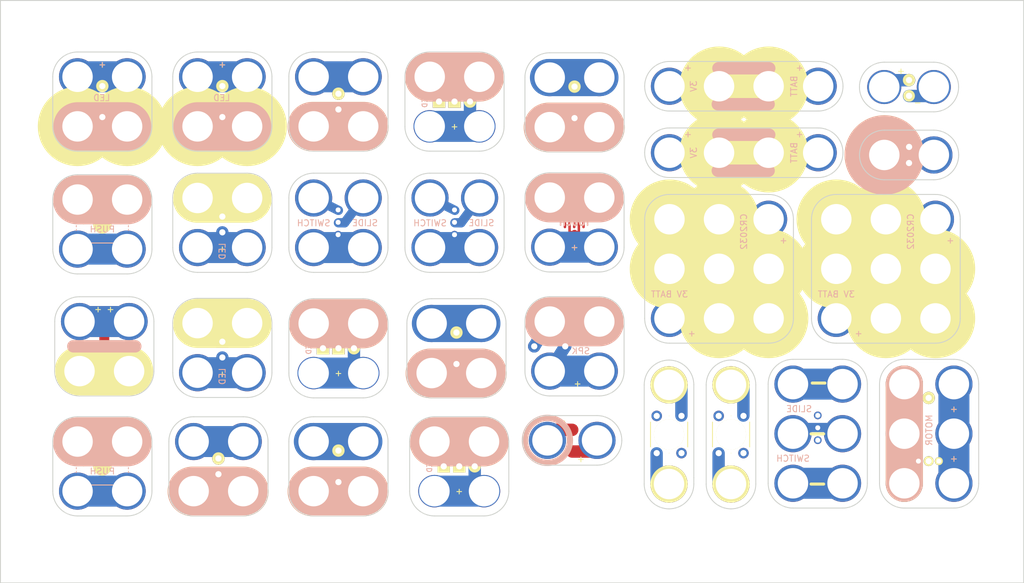
<source format=kicad_pcb>
(kicad_pcb (version 4) (host pcbnew 4.0.1-3.201512221402+6198~38~ubuntu14.04.1-stable)

  (general
    (links 0)
    (no_connects 0)
    (area 60.884999 35.484999 226.135001 129.615001)
    (thickness 1.6)
    (drawings 232)
    (tracks 0)
    (zones 0)
    (modules 30)
    (nets 1)
  )

  (page A4)
  (title_block
    (title "Circuit Title")
    (date 2016-02-05)
    (rev v1.0)
    (company "All Rights Reserved")
    (comment 1 help@browndoggadgets.com)
    (comment 2 http://www.browndoggadgets.com/)
    (comment 3 "Company: Brown Dog Gadgets")
  )

  (layers
    (0 F.Cu signal)
    (31 B.Cu signal)
    (34 B.Paste user)
    (35 F.Paste user)
    (36 B.SilkS user)
    (37 F.SilkS user)
    (38 B.Mask user)
    (39 F.Mask user)
    (44 Edge.Cuts user)
  )

  (setup
    (last_trace_width 0.1524)
    (user_trace_width 0.1524)
    (user_trace_width 0.254)
    (user_trace_width 0.3302)
    (user_trace_width 0.508)
    (user_trace_width 0.762)
    (trace_clearance 0.254)
    (zone_clearance 0.508)
    (zone_45_only no)
    (trace_min 0.1524)
    (segment_width 0.2)
    (edge_width 0.15)
    (via_size 0.6858)
    (via_drill 0.3302)
    (via_min_size 0.6858)
    (via_min_drill 0.3302)
    (user_via 0.6858 0.3302)
    (user_via 0.762 0.4064)
    (user_via 0.8636 0.508)
    (uvia_size 0.762)
    (uvia_drill 0.508)
    (uvias_allowed no)
    (uvia_min_size 0)
    (uvia_min_drill 0)
    (pcb_text_width 0.3)
    (pcb_text_size 1.5 1.5)
    (mod_edge_width 0.15)
    (mod_text_size 1 1)
    (mod_text_width 0.15)
    (pad_size 1.524 1.524)
    (pad_drill 0.762)
    (pad_to_mask_clearance 0.2)
    (aux_axis_origin 0 0)
    (visible_elements FFFCDF7D)
    (pcbplotparams
      (layerselection 0x010f0_80000001)
      (usegerberextensions true)
      (excludeedgelayer true)
      (linewidth 0.100000)
      (plotframeref false)
      (viasonmask false)
      (mode 1)
      (useauxorigin false)
      (hpglpennumber 1)
      (hpglpenspeed 20)
      (hpglpendiameter 15)
      (hpglpenoverlay 2)
      (psnegative false)
      (psa4output false)
      (plotreference true)
      (plotvalue true)
      (plotinvisibletext false)
      (padsonsilk false)
      (subtractmaskfromsilk false)
      (outputformat 1)
      (mirror false)
      (drillshape 0)
      (scaleselection 1)
      (outputdirectory gerbers/))
  )

  (net 0 "")

  (net_class Default "This is the default net class."
    (clearance 0.254)
    (trace_width 0.1524)
    (via_dia 0.6858)
    (via_drill 0.3302)
    (uvia_dia 0.762)
    (uvia_drill 0.508)
  )

  (net_class Power ""
    (clearance 0.3302)
    (trace_width 0.508)
    (via_dia 0.762)
    (via_drill 0.4064)
    (uvia_dia 0.762)
    (uvia_drill 0.508)
  )

  (module Rewire_Circuits:GENERIC-5MM-TH-2x2 (layer F.Cu) (tedit 56D60AE9) (tstamp 57020169)
    (at 134.536 91.681)
    (descr "2.54mm pitch through hole centered 2x2")
    (fp_text reference REF** (at 0 8.266563) (layer F.SilkS) hide
      (effects (font (size 1 1) (thickness 0.15)))
    )
    (fp_text value GENERIC-TH-5MM (at 0 10) (layer F.Fab) hide
      (effects (font (size 1 1) (thickness 0.15)))
    )
    (fp_line (start -4.2 4.05) (end 4.1 4.05) (layer F.SilkS) (width 8))
    (fp_line (start -4.2 4.05) (end 4.1 4.05) (layer B.SilkS) (width 8))
    (fp_line (start -4.2 -4) (end 4.1 -4) (layer B.Cu) (width 6))
    (fp_line (start -4.2 4) (end 4.1 4) (layer B.Cu) (width 6))
    (fp_line (start -4.2 -4) (end 4.1 -4) (layer B.Mask) (width 6))
    (fp_line (start -4.2 4) (end 4.1 4) (layer B.Mask) (width 6))
    (pad 1 thru_hole circle (at 0 -2.54) (size 2 2) (drill 1.00076) (layers *.Cu *.Mask F.SilkS))
    (pad 2 thru_hole circle (at 0 2.54 270) (size 1.9 1.9) (drill 1.00076) (layers *.Cu *.Mask F.SilkS))
    (pad 2 thru_hole circle (at -4 4) (size 6 6) (drill 4.91) (layers *.Cu *.Mask))
    (pad 1 thru_hole circle (at -4 -4) (size 6 6) (drill 4.91) (layers *.Cu *.Mask))
    (pad 1 thru_hole circle (at 4 -4) (size 6 6) (drill 4.91) (layers *.Cu *.Mask))
    (pad 2 thru_hole circle (at 4 4) (size 6 6) (drill 4.91) (layers *.Cu *.Mask))
  )

  (module Rewire_Circuits:CR2032-1x4 (layer F.Cu) (tedit 56D7D621) (tstamp 56DE50F1)
    (at 180.905 60.13)
    (descr https://www.linxtechnologies.com/resources/diagrams/bat-hld-001.pdf)
    (fp_text reference REF** (at 4 -2.5) (layer F.SilkS) hide
      (effects (font (size 1 1) (thickness 0.15)))
    )
    (fp_text value CR2032 (at -3.5 -2.5) (layer F.Fab) hide
      (effects (font (size 1 1) (thickness 0.15)))
    )
    (fp_line (start -4 0) (end 4 0) (layer B.Mask) (width 5))
    (fp_line (start -4.1 -2.9) (end 4.1 -2.9) (layer B.SilkS) (width 2))
    (fp_text user + (at 9 -3) (layer B.SilkS)
      (effects (font (size 1 1) (thickness 0.15)) (justify mirror))
    )
    (fp_circle (center 4 0) (end 5 1) (layer F.SilkS) (width 5))
    (fp_circle (center -4 0) (end -3 1) (layer F.SilkS) (width 5))
    (fp_text user + (at -9 -3) (layer B.SilkS)
      (effects (font (size 1 1) (thickness 0.15)) (justify mirror))
    )
    (fp_text user BATT (at 8.1 0 90) (layer B.SilkS)
      (effects (font (size 1 1) (thickness 0.15)) (justify mirror))
    )
    (fp_text user 3V (at -8.1 0 90) (layer B.SilkS)
      (effects (font (size 1 1) (thickness 0.15)) (justify mirror))
    )
    (fp_line (start -4.2 2.9) (end 4 2.9) (layer B.SilkS) (width 2))
    (fp_line (start -4 0) (end 4 0) (layer B.Cu) (width 5))
    (pad GND thru_hole circle (at 4 0) (size 6 6) (drill 4.91) (layers *.Cu *.Mask))
    (pad GND thru_hole circle (at -4 0) (size 6 6) (drill 4.91) (layers *.Cu *.Mask))
    (pad 1 thru_hole circle (at -12 0) (size 6 6) (drill 4.91) (layers *.Cu *.Mask))
    (pad 1 thru_hole circle (at 12 0) (size 6 6) (drill 4.91) (layers *.Cu *.Mask))
    (pad GND smd rect (at -0.068 0) (size 15 5.56) (layers F.Cu F.Paste F.Mask))
  )

  (module Rewire_Circuits:SPEAKER-PIEZO-5MMPitch-PS12-PS14-2x2 (layer F.Cu) (tedit 56D8ADE4) (tstamp 5700376E)
    (at 157.586 95.366)
    (descr "piezo speaker 12 mm")
    (tags "buzzer speaker piezo")
    (fp_text reference SPK (at -3 -3.25) (layer B.SilkS)
      (effects (font (size 1 1) (thickness 0.15)) (justify mirror))
    )
    (fp_text value "PS12 PS14 Series 5MM Pitch" (at -4 4) (layer F.Fab) hide
      (effects (font (size 1 1) (thickness 0.15)))
    )
    (fp_line (start -10.5 -4) (end -8 -8) (layer B.Cu) (width 2))
    (fp_line (start -8 -8) (end 0 -8) (layer B.Cu) (width 5))
    (fp_line (start -8 -8) (end 0 -8) (layer B.SilkS) (width 8))
    (fp_text user + (at -3.5 2) (layer F.SilkS)
      (effects (font (size 1 1) (thickness 0.15)))
    )
    (fp_line (start -8 -8) (end 0 -8) (layer B.Mask) (width 5))
    (fp_line (start -8 0) (end 0 0) (layer B.Cu) (width 5))
    (fp_line (start -8 0) (end 0 0) (layer B.Mask) (width 5))
    (fp_line (start -8 0) (end -5.5 -4) (layer B.Cu) (width 2))
    (pad 1 thru_hole circle (at -10.5 -4) (size 2 2) (drill 1.00076) (layers *.Cu *.Mask))
    (pad 2 thru_hole circle (at -5.5 -4) (size 2 2) (drill 1.00076) (layers *.Cu *.Mask))
    (pad 2 thru_hole circle (at -8 0) (size 6 6) (drill 4.91) (layers *.Cu *.Mask))
    (pad 2 thru_hole circle (at 0 0) (size 6 6) (drill 4.91) (layers *.Cu *.Mask))
    (pad 1 thru_hole circle (at 0 -8) (size 6 6) (drill 4.91) (layers *.Cu *.Mask))
    (pad 1 thru_hole circle (at -8 -8) (size 6 6) (drill 4.91) (layers *.Cu *.Mask))
    (model Buzzers_Beepers.3dshapes/Buzzer_12x9.5RM7.6.wrl
      (at (xyz 0 0 0))
      (scale (xyz 4 4 4))
      (rotate (xyz 0 0 0))
    )
  )

  (module Rewire_Circuits:TOUCH-SMT-2x2 (layer F.Cu) (tedit 56D8AB24) (tstamp 56FB2D25)
    (at 153.586 71.366)
    (fp_text reference REF (at 0 7) (layer F.SilkS) hide
      (effects (font (size 1.016 1.016) (thickness 0.2032)))
    )
    (fp_text value TOUCH (at 0 0) (layer B.SilkS)
      (effects (font (size 1.016 1.016) (thickness 0.254)) (justify mirror))
    )
    (fp_line (start -4 -4) (end 4 -4) (layer B.Cu) (width 5))
    (fp_line (start 4 -4) (end -4.1 -4) (layer F.Cu) (width 1))
    (fp_text user + (at 0 4) (layer B.SilkS)
      (effects (font (size 1 1) (thickness 0.15)) (justify mirror))
    )
    (fp_text user + (at 0 4) (layer F.SilkS)
      (effects (font (size 1 1) (thickness 0.15)))
    )
    (fp_line (start -0.8 -0.25) (end -0.8 1.5) (layer F.Cu) (width 0.4))
    (fp_line (start 1.45 -1) (end 1.45 0.75) (layer F.Cu) (width 0.4))
    (fp_line (start 0.7 1.5) (end 0.7 -0.25) (layer F.Cu) (width 0.4))
    (fp_line (start -0.05 -1) (end -0.05 0.75) (layer F.Cu) (width 0.4))
    (fp_line (start -1.55 -1) (end -1.55 0.75) (layer F.Cu) (width 0.4))
    (fp_line (start -4 -4) (end 4 -4) (layer B.SilkS) (width 8))
    (fp_text user + (at 0 -4) (layer B.SilkS)
      (effects (font (size 1 1) (thickness 0.15)) (justify mirror))
    )
    (fp_text user - (at 0 -4) (layer F.SilkS)
      (effects (font (size 1 1) (thickness 0.15)))
    )
    (fp_line (start 0 -4) (end 0 -1.1) (layer F.Cu) (width 1))
    (fp_line (start 0 1.7) (end 0 4.6) (layer F.Cu) (width 1))
    (fp_line (start 4 4.6) (end -4.1 4.6) (layer F.Cu) (width 1))
    (fp_line (start -4 -4) (end 4 -4) (layer B.Mask) (width 5))
    (fp_line (start -4 4) (end 4 4) (layer B.Cu) (width 5))
    (fp_line (start -4 4) (end 4 4) (layer B.Mask) (width 5))
    (pad 1 smd rect (at -0.05 -1) (size 3 0.5) (layers F.Cu F.Paste F.Mask))
    (pad 2 smd rect (at -0.05 1.635) (size 1.8 0.5) (layers F.Cu F.Paste F.Mask))
    (pad 3 smd circle (at -0.05 0) (size 4 4) (layers F.Paste F.Mask))
    (pad 2 thru_hole circle (at 4 4) (size 6 6) (drill 4.91) (layers *.Cu *.Mask))
    (pad 1 thru_hole circle (at 4 -4) (size 6 6) (drill 4.91) (layers *.Cu *.Mask))
    (pad 1 thru_hole circle (at -4 -4) (size 6 6) (drill 4.91) (layers *.Cu *.Mask))
    (pad 2 thru_hole circle (at -4 4) (size 6 6) (drill 4.91) (layers *.Cu *.Mask))
  )

  (module Rewire_Circuits:GENERIC-5MM-TH-2x2 (layer F.Cu) (tedit 56D60AE9) (tstamp 56F46068)
    (at 153.586 52.001)
    (descr "2.54mm pitch through hole centered 2x2")
    (fp_text reference REF** (at 0 8.266563) (layer F.SilkS) hide
      (effects (font (size 1 1) (thickness 0.15)))
    )
    (fp_text value GENERIC-TH-5MM (at 0 10) (layer F.Fab) hide
      (effects (font (size 1 1) (thickness 0.15)))
    )
    (fp_line (start -4.2 4.05) (end 4.1 4.05) (layer F.SilkS) (width 8))
    (fp_line (start -4.2 4.05) (end 4.1 4.05) (layer B.SilkS) (width 8))
    (fp_line (start -4.2 -4) (end 4.1 -4) (layer B.Cu) (width 6))
    (fp_line (start -4.2 4) (end 4.1 4) (layer B.Cu) (width 6))
    (fp_line (start -4.2 -4) (end 4.1 -4) (layer B.Mask) (width 6))
    (fp_line (start -4.2 4) (end 4.1 4) (layer B.Mask) (width 6))
    (pad 1 thru_hole circle (at 0 -2.54) (size 2 2) (drill 1.00076) (layers *.Cu *.Mask F.SilkS))
    (pad 2 thru_hole circle (at 0 2.54 270) (size 1.9 1.9) (drill 1.00076) (layers *.Cu *.Mask F.SilkS))
    (pad 2 thru_hole circle (at -4 4) (size 6 6) (drill 4.91) (layers *.Cu *.Mask))
    (pad 1 thru_hole circle (at -4 -4) (size 6 6) (drill 4.91) (layers *.Cu *.Mask))
    (pad 1 thru_hole circle (at 4 -4) (size 6 6) (drill 4.91) (layers *.Cu *.Mask))
    (pad 2 thru_hole circle (at 4 4) (size 6 6) (drill 4.91) (layers *.Cu *.Mask))
  )

  (module Rewire_Circuits:GENERIC-5MM-TH-2x2 (layer F.Cu) (tedit 56D60AE9) (tstamp 56F46078)
    (at 115.491 110.731)
    (descr "2.54mm pitch through hole centered 2x2")
    (fp_text reference REF** (at 0 8.266563) (layer F.SilkS) hide
      (effects (font (size 1 1) (thickness 0.15)))
    )
    (fp_text value GENERIC-TH-5MM (at 0 10) (layer F.Fab) hide
      (effects (font (size 1 1) (thickness 0.15)))
    )
    (fp_line (start -4.2 4.05) (end 4.1 4.05) (layer F.SilkS) (width 8))
    (fp_line (start -4.2 4.05) (end 4.1 4.05) (layer B.SilkS) (width 8))
    (fp_line (start -4.2 -4) (end 4.1 -4) (layer B.Cu) (width 6))
    (fp_line (start -4.2 4) (end 4.1 4) (layer B.Cu) (width 6))
    (fp_line (start -4.2 -4) (end 4.1 -4) (layer B.Mask) (width 6))
    (fp_line (start -4.2 4) (end 4.1 4) (layer B.Mask) (width 6))
    (pad 1 thru_hole circle (at 0 -2.54) (size 2 2) (drill 1.00076) (layers *.Cu *.Mask F.SilkS))
    (pad 2 thru_hole circle (at 0 2.54 270) (size 1.9 1.9) (drill 1.00076) (layers *.Cu *.Mask F.SilkS))
    (pad 2 thru_hole circle (at -4 4) (size 6 6) (drill 4.91) (layers *.Cu *.Mask))
    (pad 1 thru_hole circle (at -4 -4) (size 6 6) (drill 4.91) (layers *.Cu *.Mask))
    (pad 1 thru_hole circle (at 4 -4) (size 6 6) (drill 4.91) (layers *.Cu *.Mask))
    (pad 2 thru_hole circle (at 4 4) (size 6 6) (drill 4.91) (layers *.Cu *.Mask))
  )

  (module Rewire_Circuits:SWITCH-SPDT-3PIN-2.5mmPITCH-TH-2x2 (layer F.Cu) (tedit 56D8A287) (tstamp 56F9787E)
    (at 134.271 75.431)
    (descr "SWITCH SPDT 0S102011MA1QN1 2x3")
    (tags "SWITCH SPDT 0S102011MA1QN1 2x3")
    (fp_text reference REF** (at -4 -12) (layer F.SilkS) hide
      (effects (font (size 1 1) (thickness 0.15)))
    )
    (fp_text value "SPDT 3PIN E-SWITCH EG1218 " (at 0 4.8) (layer F.Fab) hide
      (effects (font (size 1 1) (thickness 0.15)))
    )
    (fp_line (start 0 -6) (end -4 -8) (layer B.Cu) (width 1.5))
    (fp_line (start 1 -4) (end 4 -8) (layer B.Mask) (width 1.5))
    (fp_line (start 0 -4) (end 1 -4) (layer B.Mask) (width 1.5))
    (fp_line (start -4 0) (end 4 0) (layer B.Cu) (width 5))
    (fp_text user "SLIDE " (at 3.9 -3.975) (layer B.SilkS)
      (effects (font (size 1 1) (thickness 0.15)) (justify mirror))
    )
    (fp_text user SWITCH (at -4 -3.95) (layer B.SilkS)
      (effects (font (size 1 1) (thickness 0.15)) (justify mirror))
    )
    (fp_line (start -4 0) (end 4 0) (layer B.Mask) (width 5))
    (fp_line (start 0 -6) (end -4 -8) (layer B.Mask) (width 1.5))
    (fp_line (start 0 -4) (end 1 -4) (layer B.Cu) (width 1.5))
    (fp_line (start 1 -4) (end 4 -8) (layer B.Cu) (width 1.5))
    (pad 3 thru_hole circle (at 4 -8) (size 6 6) (drill 4.91) (layers *.Cu *.Mask))
    (pad 2 thru_hole circle (at -0.05 -4.075 270) (size 1.25 1.25) (drill 0.8) (layers *.Cu *.Mask))
    (pad 3 thru_hole circle (at -0.05 -6.075 270) (size 1.25 1.25) (drill 0.8) (layers *.Cu *.Mask))
    (pad 1 thru_hole circle (at -0.05 -2.075 270) (size 1.25 1.25) (drill 0.8) (layers *.Cu *.Mask))
    (pad 1 thru_hole circle (at 4 0) (size 6 6) (drill 4.91) (layers *.Cu *.Mask))
    (pad 2 thru_hole circle (at -4 -8) (size 6 6) (drill 4.91) (layers *.Cu *.Mask))
    (pad 1 thru_hole circle (at -4 0) (size 6 6) (drill 4.91) (layers *.Cu *.Mask))
  )

  (module Rewire_Circuits:SWITCH-SPDT-3PIN-2.5mmPITCH-TH-2x3 (layer F.Cu) (tedit 56D8A349) (tstamp 56F7C71F)
    (at 196.834 105.464 90)
    (descr "SWITCH SPDT 0S102011MA1QN1 2x3")
    (tags "SWITCH SPDT 0S102011MA1QN1 2x3")
    (fp_text reference REF** (at 0 -12 90) (layer F.SilkS) hide
      (effects (font (size 1 1) (thickness 0.15)))
    )
    (fp_text value "SPDT 3PIN E-SWITCH EG1218 " (at 0.2 4.8 90) (layer F.Fab) hide
      (effects (font (size 1 1) (thickness 0.15)))
    )
    (fp_line (start 3 -4) (end 7.5 -4) (layer B.Mask) (width 1.5))
    (fp_line (start -8 -4) (end -1 -4) (layer B.Mask) (width 1.5))
    (fp_line (start 1 -7.5) (end 1 -1) (layer B.Mask) (width 1.5))
    (fp_line (start -8 -8) (end -8 0) (layer B.Mask) (width 5))
    (fp_text user "SLIDE " (at 4 -7.4 360) (layer B.SilkS)
      (effects (font (size 1 1) (thickness 0.15)) (justify mirror))
    )
    (fp_line (start -8.128 -5.08) (end -8.128 -3.048) (layer F.SilkS) (width 0.5))
    (fp_text user SWITCH (at -4 -8 360) (layer B.SilkS)
      (effects (font (size 1 1) (thickness 0.15)) (justify mirror))
    )
    (fp_line (start -0.028 -5.08) (end -0.028 -3.048) (layer F.SilkS) (width 0.5))
    (fp_line (start 8.172 -4.88) (end 8.172 -2.848) (layer F.SilkS) (width 0.5))
    (fp_line (start 8 -8) (end 8 0) (layer B.Mask) (width 5))
    (fp_line (start -8 -8) (end -8 0) (layer B.Cu) (width 5))
    (fp_line (start 8 -8) (end 8 0) (layer B.Cu) (width 5))
    (fp_line (start 1 -7.5) (end 1 -1) (layer B.Cu) (width 1.5))
    (pad 3 thru_hole circle (at 8 -8 90) (size 6 6) (drill 4.91) (layers *.Cu *.Mask))
    (pad 1 thru_hole circle (at -8 0 90) (size 6 6) (drill 4.91) (layers *.Cu *.Mask))
    (pad 2 thru_hole circle (at 0.95 -4 270) (size 1.25 1.25) (drill 0.8) (layers *.Cu *.Mask))
    (pad 3 thru_hole circle (at 2.95 -4 270) (size 1.25 1.25) (drill 0.8) (layers *.Cu *.Mask))
    (pad 1 thru_hole circle (at -1.05 -4 270) (size 1.25 1.25) (drill 0.8) (layers *.Cu *.Mask))
    (pad 3 thru_hole circle (at 8 0 90) (size 6 6) (drill 4.91) (layers *.Cu *.Mask))
    (pad 1 thru_hole circle (at -8 -8 90) (size 6 6) (drill 4.91) (layers *.Cu *.Mask))
    (pad 2 thru_hole circle (at 0 -8 90) (size 6 6) (drill 4.91) (layers *.Cu *.Mask))
    (pad 2 thru_hole circle (at 0 0 90) (size 6 6) (drill 4.91) (layers *.Cu *.Mask))
  )

  (module Rewire_Circuits:GENERIC-2.54MM-TH-2x2 (layer F.Cu) (tedit 56D89B94) (tstamp 56F10A9A)
    (at 115.491 51.876)
    (descr "2.54mm pitch through hole centered 2x2")
    (fp_text reference REF** (at 0 8.266563) (layer F.SilkS) hide
      (effects (font (size 1 1) (thickness 0.15)))
    )
    (fp_text value GENERIC-TH-2.54MM-PITCH (at 0 10) (layer F.Fab) hide
      (effects (font (size 1 1) (thickness 0.15)))
    )
    (fp_line (start 4 -4) (end -4 -4) (layer B.Cu) (width 5))
    (fp_line (start 4 4) (end -4 4) (layer B.Cu) (width 5))
    (fp_line (start -4 4) (end 4 4) (layer B.Mask) (width 5))
    (fp_line (start -4.2 4.05) (end 4.1 4.05) (layer F.SilkS) (width 8))
    (fp_line (start -4.2 4.05) (end 4.1 4.05) (layer B.SilkS) (width 8))
    (fp_line (start 4 -4) (end -4 -4) (layer B.Mask) (width 5))
    (pad 1 thru_hole circle (at 0 -1.27) (size 2 2) (drill 1.00076) (layers *.Cu *.Mask F.SilkS))
    (pad 2 thru_hole circle (at 0 1.27 270) (size 1.9 1.9) (drill 1.00076) (layers *.Cu *.Mask F.SilkS))
    (pad 2 thru_hole circle (at -4 4) (size 6 6) (drill 4.91) (layers *.Cu *.Mask))
    (pad 1 thru_hole circle (at -4 -4) (size 6 6) (drill 4.91) (layers *.Cu *.Mask))
    (pad 1 thru_hole circle (at 4 -4) (size 6 6) (drill 4.91) (layers *.Cu *.Mask))
    (pad 2 thru_hole circle (at 4 4) (size 6 6) (drill 4.91) (layers *.Cu *.Mask))
  )

  (module Rewire_Circuits:SWITCH-SPDT-3PIN-2.5mmPITCH-TH-2x2 (layer F.Cu) (tedit 56D8A287) (tstamp 56F61547)
    (at 115.491 75.431)
    (descr "SWITCH SPDT 0S102011MA1QN1 2x3")
    (tags "SWITCH SPDT 0S102011MA1QN1 2x3")
    (fp_text reference REF** (at -4 -12) (layer F.SilkS) hide
      (effects (font (size 1 1) (thickness 0.15)))
    )
    (fp_text value "SPDT 3PIN E-SWITCH EG1218 " (at 0 4.8) (layer F.Fab) hide
      (effects (font (size 1 1) (thickness 0.15)))
    )
    (fp_line (start 0 -6) (end -4 -8) (layer B.Cu) (width 1.5))
    (fp_line (start 1 -4) (end 4 -8) (layer B.Mask) (width 1.5))
    (fp_line (start 0 -4) (end 1 -4) (layer B.Mask) (width 1.5))
    (fp_line (start -4 0) (end 4 0) (layer B.Cu) (width 5))
    (fp_text user "SLIDE " (at 3.9 -3.975) (layer B.SilkS)
      (effects (font (size 1 1) (thickness 0.15)) (justify mirror))
    )
    (fp_text user SWITCH (at -4 -3.95) (layer B.SilkS)
      (effects (font (size 1 1) (thickness 0.15)) (justify mirror))
    )
    (fp_line (start -4 0) (end 4 0) (layer B.Mask) (width 5))
    (fp_line (start 0 -6) (end -4 -8) (layer B.Mask) (width 1.5))
    (fp_line (start 0 -4) (end 1 -4) (layer B.Cu) (width 1.5))
    (fp_line (start 1 -4) (end 4 -8) (layer B.Cu) (width 1.5))
    (pad 3 thru_hole circle (at 4 -8) (size 6 6) (drill 4.91) (layers *.Cu *.Mask))
    (pad 2 thru_hole circle (at -0.05 -4.075 270) (size 1.25 1.25) (drill 0.8) (layers *.Cu *.Mask))
    (pad 3 thru_hole circle (at -0.05 -6.075 270) (size 1.25 1.25) (drill 0.8) (layers *.Cu *.Mask))
    (pad 1 thru_hole circle (at -0.05 -2.075 270) (size 1.25 1.25) (drill 0.8) (layers *.Cu *.Mask))
    (pad 1 thru_hole circle (at 4 0) (size 6 6) (drill 4.91) (layers *.Cu *.Mask))
    (pad 2 thru_hole circle (at -4 -8) (size 6 6) (drill 4.91) (layers *.Cu *.Mask))
    (pad 1 thru_hole circle (at -4 0) (size 6 6) (drill 4.91) (layers *.Cu *.Mask))
  )

  (module Rewire_Circuits:VIBE-MOTOR-2x3 (layer F.Cu) (tedit 56D8AB52) (tstamp 570036F4)
    (at 214.802 101.464 90)
    (fp_text reference REF** (at -3.425 -4.575 270) (layer F.SilkS) hide
      (effects (font (size 1 1) (thickness 0.15)))
    )
    (fp_text value MOTOR (at -3.425 -4 90) (layer B.SilkS)
      (effects (font (size 1 1) (thickness 0.15)) (justify mirror))
    )
    (fp_line (start 4 -8) (end -12 -8) (layer B.Mask) (width 5))
    (fp_line (start -12 0) (end 4 0) (layer B.Cu) (width 5))
    (fp_line (start -12 0) (end 4 0) (layer B.Mask) (width 5))
    (fp_line (start -12 -8) (end 4 -8) (layer B.Cu) (width 5))
    (fp_line (start -12 -8) (end 4 -8) (layer F.SilkS) (width 6))
    (fp_text user + (at -8 0 180) (layer B.SilkS)
      (effects (font (size 1 1) (thickness 0.15)) (justify mirror))
    )
    (fp_text user + (at 0 0 180) (layer F.SilkS)
      (effects (font (size 1 1) (thickness 0.15)))
    )
    (fp_text user - (at -8 -8 270) (layer F.SilkS)
      (effects (font (size 1 1) (thickness 0.15)))
    )
    (fp_text user - (at 0 -8 90) (layer F.SilkS)
      (effects (font (size 1 1) (thickness 0.15)))
    )
    (fp_text user + (at -8 0 180) (layer F.SilkS)
      (effects (font (size 1 1) (thickness 0.15)))
    )
    (fp_text user + (at 0 0 180) (layer B.SilkS)
      (effects (font (size 1 1) (thickness 0.15)) (justify mirror))
    )
    (fp_line (start -12 -8) (end 4 -8) (layer B.SilkS) (width 6))
    (pad 1 thru_hole circle (at -8.425 -2.425 180) (size 1.3 1.3) (drill 0.8) (layers *.Cu *.Mask F.SilkS))
    (pad 3 thru_hole circle (at -8.425 -4.075 180) (size 1.6 1.6) (drill 1) (layers *.Cu *.Mask F.SilkS))
    (pad 2 thru_hole circle (at -8.425 -5.725 180) (size 1.3 1.3) (drill 0.8) (layers *.Cu *.Mask F.SilkS))
    (pad 3 thru_hole circle (at 1.775 -4.075 180) (size 2 2) (drill 1) (layers *.Cu *.Mask F.SilkS))
    (pad 1 thru_hole circle (at 4 0 90) (size 6 6) (drill 4.91) (layers *.Cu *.Mask))
    (pad 1 thru_hole circle (at -12 0 90) (size 6 6) (drill 4.91) (layers *.Cu *.Mask))
    (pad 2 thru_hole circle (at -12 -8 90) (size 6 6) (drill 4.91) (layers *.Cu *.Mask))
    (pad 2 thru_hole circle (at -4 -8 90) (size 6 6) (drill 4.91) (layers *.Cu *.Mask))
    (pad 2 thru_hole circle (at 4 -8 90) (size 6 6) (drill 4.91) (layers *.Cu *.Mask))
    (pad 1 thru_hole circle (at -4 0 90) (size 6 6) (drill 4.91) (layers *.Cu *.Mask))
  )

  (module Rewire_Circuits:LED-COMBINED-2x2 (layer F.Cu) (tedit 56D89D68) (tstamp 56F2BC6F)
    (at 134.221 51.876)
    (descr "LED combined 2.5mm/5mm pitch round vertical")
    (tags "LED combined round vertical")
    (fp_text reference LED (at -4.8 -0.1 90) (layer B.SilkS)
      (effects (font (size 0.8 0.8) (thickness 0.15)) (justify mirror))
    )
    (fp_text value LED-COMBINED (at 8.5 0.25 90) (layer F.Fab) hide
      (effects (font (size 1 1) (thickness 0.15)))
    )
    (fp_line (start -2.5 -0.2) (end -2.5 -2.8) (layer B.Cu) (width 2))
    (fp_line (start -4 4) (end 4 4) (layer B.Cu) (width 5))
    (fp_line (start 4 -4) (end -4 -4) (layer F.SilkS) (width 8))
    (fp_text user + (at 0 4) (layer F.SilkS)
      (effects (font (size 1 1) (thickness 0.15)))
    )
    (fp_text user - (at 0 -4) (layer F.SilkS)
      (effects (font (size 1 1) (thickness 0.15)))
    )
    (fp_line (start 4 -4) (end -4 -4) (layer B.SilkS) (width 8))
    (fp_line (start -4 -4) (end 4 -4) (layer B.Cu) (width 5))
    (fp_line (start -4 -4) (end 4 -4) (layer B.Mask) (width 5))
    (fp_line (start -4 4) (end 4 4) (layer B.Mask) (width 5))
    (fp_line (start 0 -0.1) (end 0 -2.7) (layer B.Cu) (width 2))
    (fp_line (start 2.5 2.6) (end 2.5 0) (layer B.Cu) (width 2))
    (pad - thru_hole rect (at 0 0) (size 2 2) (drill 1.00076) (layers *.Cu *.Mask F.SilkS))
    (pad + thru_hole circle (at -4 4) (size 5.23 5.23) (drill 4.91) (layers *.Cu *.Mask))
    (pad - thru_hole circle (at -4 -4) (size 5.23 5.23) (drill 4.91) (layers *.Cu *.Mask))
    (pad - thru_hole circle (at 4 -4) (size 5.23 5.23) (drill 4.91) (layers *.Cu *.Mask))
    (pad + thru_hole circle (at 4 4) (size 5.23 5.23) (drill 4.91) (layers *.Cu *.Mask))
    (pad - thru_hole rect (at -2.5 0) (size 2 2) (drill 1.00076) (layers *.Cu *.Mask F.SilkS))
    (pad + thru_hole circle (at 2.5 0) (size 2 2) (drill 1.00076) (layers *.Cu *.Mask F.SilkS))
  )

  (module Rewire_Circuits:BUTTON-2x2-TH-OMRON-B3F-1XXX (layer F.Cu) (tedit 56D7DA96) (tstamp 56EBEFAE)
    (at 77.401 110.731)
    (descr "BUTTON 2x2 TH OMRON B3F-1XXX")
    (tags "Omron B3F-10xx")
    (fp_text reference PUSH (at 0 0.8) (layer B.SilkS)
      (effects (font (size 1 1) (thickness 0.15)) (justify mirror))
    )
    (fp_text value BUTTON-2x2-TH-OMRON-B3F-1XXX (at 0 -8 180) (layer F.Fab) hide
      (effects (font (size 1 1) (thickness 0.15)))
    )
    (fp_line (start -4 -4) (end 4 -4) (layer B.Cu) (width 5))
    (fp_line (start -4.2 -1) (end -4.2 -0.8) (layer B.SilkS) (width 0.15))
    (fp_circle (center -0.0066 0.0142) (end 0.9934 1.0142) (layer F.SilkS) (width 0.15))
    (fp_line (start -2.0066 3.0142) (end 1.9934 3.0142) (layer F.SilkS) (width 0.15))
    (fp_line (start -2.0066 -2.9858) (end 1.9934 -2.9858) (layer F.SilkS) (width 0.15))
    (fp_line (start -3.0066 0.0142) (end -3.0066 0.0142) (layer F.SilkS) (width 0))
    (fp_line (start 1.9934 3.0142) (end -2.0066 3.0142) (layer F.SilkS) (width 0))
    (fp_line (start 1.9934 -2.9858) (end -2.0066 -2.9858) (layer F.SilkS) (width 0))
    (fp_line (start 2.9934 0.0142) (end 2.9934 0.0142) (layer F.SilkS) (width 0))
    (fp_circle (center -0.0066 0.0142) (end 0.9934 1.0142) (layer F.SilkS) (width 0))
    (fp_line (start -2.0066 -3) (end 1.9934 -3) (layer B.SilkS) (width 0.15))
    (fp_line (start -2.0066 3.0142) (end 1.9934 3.0142) (layer B.SilkS) (width 0.15))
    (fp_line (start -4.2 -0.4) (end -4.2 -0.2) (layer B.SilkS) (width 0.15))
    (fp_line (start -4.2 0.2) (end -4.2 0.4) (layer B.SilkS) (width 0.15))
    (fp_line (start -4.2 0.8) (end -4.2 1) (layer B.SilkS) (width 0.15))
    (fp_line (start 4.2 0.2) (end 4.2 0.4) (layer B.SilkS) (width 0.15))
    (fp_line (start 4.2 -1) (end 4.2 -0.8) (layer B.SilkS) (width 0.15))
    (fp_line (start 4.2 -0.4) (end 4.2 -0.2) (layer B.SilkS) (width 0.15))
    (fp_line (start 4.2 0.8) (end 4.2 1) (layer B.SilkS) (width 0.15))
    (fp_line (start -4 4) (end 4 4) (layer B.Cu) (width 5))
    (fp_line (start -4 -4) (end 4 -4) (layer B.SilkS) (width 8))
    (fp_line (start -4 4) (end 4 4) (layer B.Mask) (width 5))
    (fp_line (start -4 -4) (end 4 -4) (layer B.Mask) (width 5))
    (pad 1 thru_hole circle (at 4 -4) (size 6 6) (drill 4.91) (layers *.Cu *.Mask))
    (pad 1 thru_hole circle (at -4 -4) (size 6 6) (drill 4.91) (layers *.Cu *.Mask))
    (pad 2 thru_hole circle (at 4 4) (size 6 6) (drill 4.91) (layers *.Cu *.Mask))
    (pad 2 thru_hole circle (at -4 4) (size 6 6) (drill 4.91) (layers *.Cu *.Mask))
  )

  (module Rewire_Circuits:BUTTON-2x2-TH-OMRON-B3F-1XXX (layer F.Cu) (tedit 56D7DA96) (tstamp 56EBEF8F)
    (at 77.401 71.681)
    (descr "BUTTON 2x2 TH OMRON B3F-1XXX")
    (tags "Omron B3F-10xx")
    (fp_text reference PUSH (at 0 0.8) (layer B.SilkS)
      (effects (font (size 1 1) (thickness 0.15)) (justify mirror))
    )
    (fp_text value BUTTON-2x2-TH-OMRON-B3F-1XXX (at 0 -8 180) (layer F.Fab) hide
      (effects (font (size 1 1) (thickness 0.15)))
    )
    (fp_line (start -4 -4) (end 4 -4) (layer B.Cu) (width 5))
    (fp_line (start -4.2 -1) (end -4.2 -0.8) (layer B.SilkS) (width 0.15))
    (fp_circle (center -0.0066 0.0142) (end 0.9934 1.0142) (layer F.SilkS) (width 0.15))
    (fp_line (start -2.0066 3.0142) (end 1.9934 3.0142) (layer F.SilkS) (width 0.15))
    (fp_line (start -2.0066 -2.9858) (end 1.9934 -2.9858) (layer F.SilkS) (width 0.15))
    (fp_line (start -3.0066 0.0142) (end -3.0066 0.0142) (layer F.SilkS) (width 0))
    (fp_line (start 1.9934 3.0142) (end -2.0066 3.0142) (layer F.SilkS) (width 0))
    (fp_line (start 1.9934 -2.9858) (end -2.0066 -2.9858) (layer F.SilkS) (width 0))
    (fp_line (start 2.9934 0.0142) (end 2.9934 0.0142) (layer F.SilkS) (width 0))
    (fp_circle (center -0.0066 0.0142) (end 0.9934 1.0142) (layer F.SilkS) (width 0))
    (fp_line (start -2.0066 -3) (end 1.9934 -3) (layer B.SilkS) (width 0.15))
    (fp_line (start -2.0066 3.0142) (end 1.9934 3.0142) (layer B.SilkS) (width 0.15))
    (fp_line (start -4.2 -0.4) (end -4.2 -0.2) (layer B.SilkS) (width 0.15))
    (fp_line (start -4.2 0.2) (end -4.2 0.4) (layer B.SilkS) (width 0.15))
    (fp_line (start -4.2 0.8) (end -4.2 1) (layer B.SilkS) (width 0.15))
    (fp_line (start 4.2 0.2) (end 4.2 0.4) (layer B.SilkS) (width 0.15))
    (fp_line (start 4.2 -1) (end 4.2 -0.8) (layer B.SilkS) (width 0.15))
    (fp_line (start 4.2 -0.4) (end 4.2 -0.2) (layer B.SilkS) (width 0.15))
    (fp_line (start 4.2 0.8) (end 4.2 1) (layer B.SilkS) (width 0.15))
    (fp_line (start -4 4) (end 4 4) (layer B.Cu) (width 5))
    (fp_line (start -4 -4) (end 4 -4) (layer B.SilkS) (width 8))
    (fp_line (start -4 4) (end 4 4) (layer B.Mask) (width 5))
    (fp_line (start -4 -4) (end 4 -4) (layer B.Mask) (width 5))
    (pad 1 thru_hole circle (at 4 -4) (size 6 6) (drill 4.91) (layers *.Cu *.Mask))
    (pad 1 thru_hole circle (at -4 -4) (size 6 6) (drill 4.91) (layers *.Cu *.Mask))
    (pad 2 thru_hole circle (at 4 4) (size 6 6) (drill 4.91) (layers *.Cu *.Mask))
    (pad 2 thru_hole circle (at -4 4) (size 6 6) (drill 4.91) (layers *.Cu *.Mask))
  )

  (module Rewire_Circuits:GENERIC-2.54MM-TH-2x2 (layer F.Cu) (tedit 56D89B94) (tstamp 56F10A8A)
    (at 96.131 110.731)
    (descr "2.54mm pitch through hole centered 2x2")
    (fp_text reference REF** (at 0 8.266563) (layer F.SilkS) hide
      (effects (font (size 1 1) (thickness 0.15)))
    )
    (fp_text value GENERIC-TH-2.54MM-PITCH (at 0 10) (layer F.Fab) hide
      (effects (font (size 1 1) (thickness 0.15)))
    )
    (fp_line (start 4 -4) (end -4 -4) (layer B.Cu) (width 5))
    (fp_line (start 4 4) (end -4 4) (layer B.Cu) (width 5))
    (fp_line (start -4 4) (end 4 4) (layer B.Mask) (width 5))
    (fp_line (start -4.2 4.05) (end 4.1 4.05) (layer F.SilkS) (width 8))
    (fp_line (start -4.2 4.05) (end 4.1 4.05) (layer B.SilkS) (width 8))
    (fp_line (start 4 -4) (end -4 -4) (layer B.Mask) (width 5))
    (pad 1 thru_hole circle (at 0 -1.27) (size 2 2) (drill 1.00076) (layers *.Cu *.Mask F.SilkS))
    (pad 2 thru_hole circle (at 0 1.27 270) (size 1.9 1.9) (drill 1.00076) (layers *.Cu *.Mask F.SilkS))
    (pad 2 thru_hole circle (at -4 4) (size 6 6) (drill 4.91) (layers *.Cu *.Mask))
    (pad 1 thru_hole circle (at -4 -4) (size 6 6) (drill 4.91) (layers *.Cu *.Mask))
    (pad 1 thru_hole circle (at 4 -4) (size 6 6) (drill 4.91) (layers *.Cu *.Mask))
    (pad 2 thru_hole circle (at 4 4) (size 6 6) (drill 4.91) (layers *.Cu *.Mask))
  )

  (module Rewire_Circuits:LED-5MMD-2.5MMP-2x1 (layer F.Cu) (tedit 56D89C97) (tstamp 56E6D0AF)
    (at 207.571 60.49)
    (descr "LED 5mm round vertical 2.5mm pitch")
    (tags "LED 5mm round vertical 2.5mm pitch")
    (fp_text reference LED (at 0 3.2) (layer B.SilkS)
      (effects (font (size 1 1) (thickness 0.15)) (justify mirror))
    )
    (fp_text value - (at 0 -3) (layer F.SilkS)
      (effects (font (size 1 1) (thickness 0.15)))
    )
    (fp_line (start -0.15 -1.3) (end -3.95 -1.3) (layer B.Cu) (width 2))
    (fp_circle (center -4 0) (end -3 1) (layer B.SilkS) (width 5))
    (fp_text user - (at 0 -3) (layer B.SilkS)
      (effects (font (size 1 1) (thickness 0.15)) (justify mirror))
    )
    (fp_circle (center -4 0) (end -3 1) (layer F.SilkS) (width 5))
    (fp_text user + (at 0 3.1) (layer F.SilkS)
      (effects (font (size 1 1) (thickness 0.15)))
    )
    (fp_line (start 3.9 1.3) (end 0.1 1.3) (layer B.Cu) (width 2))
    (pad - thru_hole rect (at 0 -1.3) (size 1.8 1.9) (drill 1) (layers *.Cu *.Mask))
    (pad + thru_hole circle (at -0.0122 1.3 270) (size 1.9 1.9) (drill 1.00076) (layers *.Cu *.Mask))
    (pad + thru_hole circle (at 4 0) (size 6 6) (drill 4.91) (layers *.Cu *.Mask))
    (pad - thru_hole circle (at -4 0) (size 6 6) (drill 4.91) (layers *.Cu *.Mask))
    (model LEDs.3dshapes/LED-5MM.wrl
      (at (xyz 0.05 0 0))
      (scale (xyz 1 1 1))
      (rotate (xyz 0 0 90))
    )
  )

  (module Rewire_Circuits:LED-COMBINED-2x2 (layer F.Cu) (tedit 56D89D68) (tstamp 56F2BC9B)
    (at 134.983 110.731)
    (descr "LED combined 2.5mm/5mm pitch round vertical")
    (tags "LED combined round vertical")
    (fp_text reference LED (at -4.8 -0.1 90) (layer B.SilkS)
      (effects (font (size 0.8 0.8) (thickness 0.15)) (justify mirror))
    )
    (fp_text value LED-COMBINED (at 8.5 0.25 90) (layer F.Fab) hide
      (effects (font (size 1 1) (thickness 0.15)))
    )
    (fp_line (start -2.5 -0.2) (end -2.5 -2.8) (layer B.Cu) (width 2))
    (fp_line (start -4 4) (end 4 4) (layer B.Cu) (width 5))
    (fp_line (start 4 -4) (end -4 -4) (layer F.SilkS) (width 8))
    (fp_text user + (at 0 4) (layer F.SilkS)
      (effects (font (size 1 1) (thickness 0.15)))
    )
    (fp_text user - (at 0 -4) (layer F.SilkS)
      (effects (font (size 1 1) (thickness 0.15)))
    )
    (fp_line (start 4 -4) (end -4 -4) (layer B.SilkS) (width 8))
    (fp_line (start -4 -4) (end 4 -4) (layer B.Cu) (width 5))
    (fp_line (start -4 -4) (end 4 -4) (layer B.Mask) (width 5))
    (fp_line (start -4 4) (end 4 4) (layer B.Mask) (width 5))
    (fp_line (start 0 -0.1) (end 0 -2.7) (layer B.Cu) (width 2))
    (fp_line (start 2.5 2.6) (end 2.5 0) (layer B.Cu) (width 2))
    (pad - thru_hole rect (at 0 0) (size 2 2) (drill 1.00076) (layers *.Cu *.Mask F.SilkS))
    (pad + thru_hole circle (at -4 4) (size 5.23 5.23) (drill 4.91) (layers *.Cu *.Mask))
    (pad - thru_hole circle (at -4 -4) (size 5.23 5.23) (drill 4.91) (layers *.Cu *.Mask))
    (pad - thru_hole circle (at 4 -4) (size 5.23 5.23) (drill 4.91) (layers *.Cu *.Mask))
    (pad + thru_hole circle (at 4 4) (size 5.23 5.23) (drill 4.91) (layers *.Cu *.Mask))
    (pad - thru_hole rect (at -2.5 0) (size 2 2) (drill 1.00076) (layers *.Cu *.Mask F.SilkS))
    (pad + thru_hole circle (at 2.5 0) (size 2 2) (drill 1.00076) (layers *.Cu *.Mask F.SilkS))
  )

  (module Rewire_Circuits:LED-COMBINED-2x2 (layer F.Cu) (tedit 56D89D68) (tstamp 56F2BC85)
    (at 115.496 91.681)
    (descr "LED combined 2.5mm/5mm pitch round vertical")
    (tags "LED combined round vertical")
    (fp_text reference LED (at -4.8 -0.1 90) (layer B.SilkS)
      (effects (font (size 0.8 0.8) (thickness 0.15)) (justify mirror))
    )
    (fp_text value LED-COMBINED (at 8.5 0.25 90) (layer F.Fab) hide
      (effects (font (size 1 1) (thickness 0.15)))
    )
    (fp_line (start -2.5 -0.2) (end -2.5 -2.8) (layer B.Cu) (width 2))
    (fp_line (start -4 4) (end 4 4) (layer B.Cu) (width 5))
    (fp_line (start 4 -4) (end -4 -4) (layer F.SilkS) (width 8))
    (fp_text user + (at 0 4) (layer F.SilkS)
      (effects (font (size 1 1) (thickness 0.15)))
    )
    (fp_text user - (at 0 -4) (layer F.SilkS)
      (effects (font (size 1 1) (thickness 0.15)))
    )
    (fp_line (start 4 -4) (end -4 -4) (layer B.SilkS) (width 8))
    (fp_line (start -4 -4) (end 4 -4) (layer B.Cu) (width 5))
    (fp_line (start -4 -4) (end 4 -4) (layer B.Mask) (width 5))
    (fp_line (start -4 4) (end 4 4) (layer B.Mask) (width 5))
    (fp_line (start 0 -0.1) (end 0 -2.7) (layer B.Cu) (width 2))
    (fp_line (start 2.5 2.6) (end 2.5 0) (layer B.Cu) (width 2))
    (pad - thru_hole rect (at 0 0) (size 2 2) (drill 1.00076) (layers *.Cu *.Mask F.SilkS))
    (pad + thru_hole circle (at -4 4) (size 5.23 5.23) (drill 4.91) (layers *.Cu *.Mask))
    (pad - thru_hole circle (at -4 -4) (size 5.23 5.23) (drill 4.91) (layers *.Cu *.Mask))
    (pad - thru_hole circle (at 4 -4) (size 5.23 5.23) (drill 4.91) (layers *.Cu *.Mask))
    (pad + thru_hole circle (at 4 4) (size 5.23 5.23) (drill 4.91) (layers *.Cu *.Mask))
    (pad - thru_hole rect (at -2.5 0) (size 2 2) (drill 1.00076) (layers *.Cu *.Mask F.SilkS))
    (pad + thru_hole circle (at 2.5 0) (size 2 2) (drill 1.00076) (layers *.Cu *.Mask F.SilkS))
  )

  (module Rewire_Circuits:CR2032-1x4 (layer F.Cu) (tedit 56D7D621) (tstamp 56DE50DE)
    (at 180.905 49.4)
    (descr https://www.linxtechnologies.com/resources/diagrams/bat-hld-001.pdf)
    (fp_text reference REF** (at 4 -2.5) (layer F.SilkS) hide
      (effects (font (size 1 1) (thickness 0.15)))
    )
    (fp_text value CR2032 (at -3.5 -2.5) (layer F.Fab) hide
      (effects (font (size 1 1) (thickness 0.15)))
    )
    (fp_line (start -4 0) (end 4 0) (layer B.Mask) (width 5))
    (fp_line (start -4.1 -2.9) (end 4.1 -2.9) (layer B.SilkS) (width 2))
    (fp_text user + (at 9 -3) (layer B.SilkS)
      (effects (font (size 1 1) (thickness 0.15)) (justify mirror))
    )
    (fp_circle (center 4 0) (end 5 1) (layer F.SilkS) (width 5))
    (fp_circle (center -4 0) (end -3 1) (layer F.SilkS) (width 5))
    (fp_text user + (at -9 -3) (layer B.SilkS)
      (effects (font (size 1 1) (thickness 0.15)) (justify mirror))
    )
    (fp_text user BATT (at 8.1 0 90) (layer B.SilkS)
      (effects (font (size 1 1) (thickness 0.15)) (justify mirror))
    )
    (fp_text user 3V (at -8.1 0 90) (layer B.SilkS)
      (effects (font (size 1 1) (thickness 0.15)) (justify mirror))
    )
    (fp_line (start -4.2 2.9) (end 4 2.9) (layer B.SilkS) (width 2))
    (fp_line (start -4 0) (end 4 0) (layer B.Cu) (width 5))
    (pad GND thru_hole circle (at 4 0) (size 6 6) (drill 4.91) (layers *.Cu *.Mask))
    (pad GND thru_hole circle (at -4 0) (size 6 6) (drill 4.91) (layers *.Cu *.Mask))
    (pad 1 thru_hole circle (at -12 0) (size 6 6) (drill 4.91) (layers *.Cu *.Mask))
    (pad 1 thru_hole circle (at 12 0) (size 6 6) (drill 4.91) (layers *.Cu *.Mask))
    (pad GND smd rect (at -0.068 0) (size 15 5.56) (layers F.Cu F.Paste F.Mask))
  )

  (module Rewire_Circuits:LED-5MMD-2.5MMP-2x2 (layer F.Cu) (tedit 56D89CFC) (tstamp 56E51C6F)
    (at 96.761 71.431)
    (descr "LED 5mm round vertical")
    (tags "LED 5mm round vertical")
    (fp_text reference LED (at 0 4.6 90) (layer B.SilkS)
      (effects (font (size 1 1) (thickness 0.15)) (justify mirror))
    )
    (fp_text value LED-5MMD-2.5MMP (at 0 -2) (layer F.Fab) hide
      (effects (font (size 1 1) (thickness 0.15)))
    )
    (fp_line (start 0 -1.2) (end 0 -2.3) (layer B.Cu) (width 2))
    (fp_line (start 4 -4) (end -4 -4) (layer B.Mask) (width 5))
    (fp_text user + (at 0 4.2) (layer F.SilkS)
      (effects (font (size 1 1) (thickness 0.15)))
    )
    (fp_line (start -4 -4) (end 4 -4) (layer F.SilkS) (width 8))
    (fp_line (start -1.5 -2.23) (end 1.5 -2.23) (layer F.SilkS) (width 0.15))
    (fp_line (start 4 -4) (end -4 -4) (layer B.Cu) (width 5))
    (fp_line (start 4 4) (end -4 4) (layer B.Mask) (width 5))
    (fp_line (start 4 4) (end -4 4) (layer B.Cu) (width 5))
    (fp_line (start 0 2.65) (end 0 1.55) (layer B.Cu) (width 2))
    (pad - thru_hole rect (at 0 -1) (size 2 1.9) (drill 1.00076) (layers *.Cu *.Mask))
    (pad + thru_hole circle (at 0 1.54 270) (size 1.9 1.9) (drill 1.00076) (layers *.Cu *.Mask))
    (pad + thru_hole circle (at -4 4) (size 6 6) (drill 4.91) (layers *.Cu *.Mask))
    (pad - thru_hole circle (at -4 -4) (size 6 6) (drill 4.91) (layers *.Cu *.Mask))
    (pad - thru_hole circle (at 4 -4) (size 6 6) (drill 4.91) (layers *.Cu *.Mask))
    (pad + thru_hole circle (at 4 4) (size 6 6) (drill 4.91) (layers *.Cu *.Mask))
  )

  (module Rewire_Circuits:LED-10MMD-5MMP-TH-2x2 (layer F.Cu) (tedit 56D89C74) (tstamp 56E369B1)
    (at 77.396 51.876)
    (descr "10mm LED 5mm pitch through hole center polarized")
    (fp_text reference LED (at -0.1 -0.6) (layer B.SilkS)
      (effects (font (size 1 1) (thickness 0.15)) (justify mirror))
    )
    (fp_text value Val** (at 0 0) (layer F.Fab) hide
      (effects (font (size 1 1) (thickness 0.15)))
    )
    (fp_line (start 4 -4) (end -4 -4) (layer B.Mask) (width 5))
    (fp_line (start -4 4) (end 4 4) (layer B.SilkS) (width 7.8))
    (fp_text user + (at 0 -6) (layer F.SilkS)
      (effects (font (size 1 1) (thickness 0.15)))
    )
    (fp_text user + (at 0 -6) (layer B.SilkS)
      (effects (font (size 1 1) (thickness 0.15)) (justify mirror))
    )
    (fp_text user - (at 0 7) (layer F.SilkS)
      (effects (font (size 1 1) (thickness 0.15)))
    )
    (fp_circle (center -4 4) (end -3 5) (layer F.SilkS) (width 5))
    (fp_circle (center 4 4) (end 5 5) (layer F.SilkS) (width 5))
    (fp_line (start 4 -4) (end -4 -4) (layer B.Cu) (width 5))
    (fp_line (start 4 4) (end -4 4) (layer B.Mask) (width 5))
    (fp_line (start 4 4) (end -4 4) (layer B.Cu) (width 5))
    (pad + thru_hole circle (at 0 -2.5) (size 2 2) (drill 1.00076) (layers *.Cu *.Mask F.SilkS))
    (pad - thru_hole circle (at 0 2.5 270) (size 1.9 1.9) (drill 1.00076) (layers *.Cu *.Mask F.SilkS))
    (pad - thru_hole circle (at -4 4) (size 6 6) (drill 4.91) (layers *.Cu *.Mask))
    (pad + thru_hole circle (at -4 -4) (size 6 6) (drill 4.91) (layers *.Cu *.Mask))
    (pad + thru_hole circle (at 4 -4) (size 6 6) (drill 4.91) (layers *.Cu *.Mask))
    (pad - thru_hole circle (at 4 4) (size 6 6) (drill 4.91) (layers *.Cu *.Mask))
  )

  (module Rewire_Circuits:LED-10MMD-5MMP-TH-2x2 (layer F.Cu) (tedit 56D89C74) (tstamp 56E369C5)
    (at 96.761 51.876)
    (descr "10mm LED 5mm pitch through hole center polarized")
    (fp_text reference LED (at -0.1 -0.6) (layer B.SilkS)
      (effects (font (size 1 1) (thickness 0.15)) (justify mirror))
    )
    (fp_text value Val** (at 0 0) (layer F.Fab) hide
      (effects (font (size 1 1) (thickness 0.15)))
    )
    (fp_line (start 4 -4) (end -4 -4) (layer B.Mask) (width 5))
    (fp_line (start -4 4) (end 4 4) (layer B.SilkS) (width 7.8))
    (fp_text user + (at 0 -6) (layer F.SilkS)
      (effects (font (size 1 1) (thickness 0.15)))
    )
    (fp_text user + (at 0 -6) (layer B.SilkS)
      (effects (font (size 1 1) (thickness 0.15)) (justify mirror))
    )
    (fp_text user - (at 0 7) (layer F.SilkS)
      (effects (font (size 1 1) (thickness 0.15)))
    )
    (fp_circle (center -4 4) (end -3 5) (layer F.SilkS) (width 5))
    (fp_circle (center 4 4) (end 5 5) (layer F.SilkS) (width 5))
    (fp_line (start 4 -4) (end -4 -4) (layer B.Cu) (width 5))
    (fp_line (start 4 4) (end -4 4) (layer B.Mask) (width 5))
    (fp_line (start 4 4) (end -4 4) (layer B.Cu) (width 5))
    (pad + thru_hole circle (at 0 -2.5) (size 2 2) (drill 1.00076) (layers *.Cu *.Mask F.SilkS))
    (pad - thru_hole circle (at 0 2.5 270) (size 1.9 1.9) (drill 1.00076) (layers *.Cu *.Mask F.SilkS))
    (pad - thru_hole circle (at -4 4) (size 6 6) (drill 4.91) (layers *.Cu *.Mask))
    (pad + thru_hole circle (at -4 -4) (size 6 6) (drill 4.91) (layers *.Cu *.Mask))
    (pad + thru_hole circle (at 4 -4) (size 6 6) (drill 4.91) (layers *.Cu *.Mask))
    (pad - thru_hole circle (at 4 4) (size 6 6) (drill 4.91) (layers *.Cu *.Mask))
  )

  (module Rewire_Circuits:LED-5MMD-2.5MMP-2x2 (layer F.Cu) (tedit 56D89CFC) (tstamp 56E51C82)
    (at 96.761 91.621)
    (descr "LED 5mm round vertical")
    (tags "LED 5mm round vertical")
    (fp_text reference LED (at 0 4.6 90) (layer B.SilkS)
      (effects (font (size 1 1) (thickness 0.15)) (justify mirror))
    )
    (fp_text value LED-5MMD-2.5MMP (at 0 -2) (layer F.Fab) hide
      (effects (font (size 1 1) (thickness 0.15)))
    )
    (fp_line (start 0 -1.2) (end 0 -2.3) (layer B.Cu) (width 2))
    (fp_line (start 4 -4) (end -4 -4) (layer B.Mask) (width 5))
    (fp_text user + (at 0 4.2) (layer F.SilkS)
      (effects (font (size 1 1) (thickness 0.15)))
    )
    (fp_line (start -4 -4) (end 4 -4) (layer F.SilkS) (width 8))
    (fp_line (start -1.5 -2.23) (end 1.5 -2.23) (layer F.SilkS) (width 0.15))
    (fp_line (start 4 -4) (end -4 -4) (layer B.Cu) (width 5))
    (fp_line (start 4 4) (end -4 4) (layer B.Mask) (width 5))
    (fp_line (start 4 4) (end -4 4) (layer B.Cu) (width 5))
    (fp_line (start 0 2.65) (end 0 1.55) (layer B.Cu) (width 2))
    (pad - thru_hole rect (at 0 -1) (size 2 1.9) (drill 1.00076) (layers *.Cu *.Mask))
    (pad + thru_hole circle (at 0 1.54 270) (size 1.9 1.9) (drill 1.00076) (layers *.Cu *.Mask))
    (pad + thru_hole circle (at -4 4) (size 6 6) (drill 4.91) (layers *.Cu *.Mask))
    (pad - thru_hole circle (at -4 -4) (size 6 6) (drill 4.91) (layers *.Cu *.Mask))
    (pad - thru_hole circle (at 4 -4) (size 6 6) (drill 4.91) (layers *.Cu *.Mask))
    (pad + thru_hole circle (at 4 4) (size 6 6) (drill 4.91) (layers *.Cu *.Mask))
  )

  (module Rewire_Circuits:CR2032-3x3-ROTATE45 (layer F.Cu) (tedit 56D7D989) (tstamp 56E004FA)
    (at 176.905 78.86)
    (descr "CR2032 COIN CELL 3x3")
    (tags "CR2032 COIN CELL 3x3")
    (fp_text reference CR2032 (at 4 -6 90) (layer B.SilkS)
      (effects (font (size 1 1) (thickness 0.15)) (justify mirror))
    )
    (fp_text value "3V BATT" (at -8 4.1) (layer B.SilkS)
      (effects (font (size 1 1) (thickness 0.15)) (justify mirror))
    )
    (fp_line (start 0 -8) (end 0 8) (layer B.Cu) (width 5))
    (fp_line (start -8 0) (end 8 0) (layer B.Mask) (width 5))
    (fp_line (start -8 -8) (end 8 8) (layer B.Cu) (width 5))
    (fp_circle (center -8 -8) (end -7 -7) (layer F.SilkS) (width 5))
    (fp_text user + (at 10.4 -4.6) (layer B.SilkS)
      (effects (font (size 1 1) (thickness 0.15)) (justify mirror))
    )
    (fp_text user + (at 10.4 -4.6) (layer F.SilkS)
      (effects (font (size 1 1) (thickness 0.15)))
    )
    (fp_text user + (at -4.4 10.4) (layer F.SilkS)
      (effects (font (size 1 1) (thickness 0.15)))
    )
    (fp_text user + (at -4.4 10.4) (layer B.SilkS)
      (effects (font (size 1 1) (thickness 0.15)) (justify mirror))
    )
    (fp_circle (center 8 0) (end 9 1) (layer F.SilkS) (width 5))
    (fp_circle (center -8 0) (end -7 1) (layer F.SilkS) (width 5))
    (fp_circle (center 0 8) (end 1 9) (layer F.SilkS) (width 5))
    (fp_circle (center 0 -8) (end 1 -7) (layer F.SilkS) (width 5))
    (fp_circle (center 8 8) (end 9.414213 8) (layer F.SilkS) (width 5))
    (fp_circle (center 0 0) (end 1 1) (layer F.SilkS) (width 9))
    (fp_line (start 0 -8) (end 0 8) (layer B.Mask) (width 5))
    (fp_line (start -8 0) (end 8 0) (layer B.Cu) (width 5))
    (fp_line (start -8 -8) (end 8 8) (layer B.Mask) (width 5))
    (pad GND thru_hole circle (at 0 0) (size 9 9) (drill 4.91) (layers *.Cu *.Mask))
    (pad + thru_hole circle (at 8 -8) (size 6 6) (drill 4.91) (layers *.Cu *.Mask))
    (pad GND thru_hole circle (at -8 -8) (size 6 6) (drill 4.91) (layers *.Cu *.Mask))
    (pad GND thru_hole circle (at 0 -8) (size 6 6) (drill 4.91) (layers *.Cu *.Mask))
    (pad GND thru_hole circle (at 8 0) (size 6 6) (drill 4.91) (layers *.Cu *.Mask))
    (pad GND thru_hole circle (at 8 8) (size 6 6) (drill 4.91) (layers *.Cu *.Mask))
    (pad GND thru_hole circle (at 0 8) (size 6 6) (drill 4.91) (layers *.Cu *.Mask))
    (pad GND thru_hole circle (at -8 0) (size 6 6) (drill 4.91) (layers *.Cu *.Mask))
    (pad + thru_hole circle (at -8 8) (size 6 6) (drill 4.91) (layers *.Cu *.Mask))
  )

  (module Rewire_Circuits:CR2032-3x3-ROTATE45 (layer F.Cu) (tedit 56D7D989) (tstamp 56E1B5E3)
    (at 203.825 78.86)
    (descr "CR2032 COIN CELL 3x3")
    (tags "CR2032 COIN CELL 3x3")
    (fp_text reference CR2032 (at 4 -6 90) (layer B.SilkS)
      (effects (font (size 1 1) (thickness 0.15)) (justify mirror))
    )
    (fp_text value "3V BATT" (at -8 4.1) (layer B.SilkS)
      (effects (font (size 1 1) (thickness 0.15)) (justify mirror))
    )
    (fp_line (start 0 -8) (end 0 8) (layer B.Cu) (width 5))
    (fp_line (start -8 0) (end 8 0) (layer B.Mask) (width 5))
    (fp_line (start -8 -8) (end 8 8) (layer B.Cu) (width 5))
    (fp_circle (center -8 -8) (end -7 -7) (layer F.SilkS) (width 5))
    (fp_text user + (at 10.4 -4.6) (layer B.SilkS)
      (effects (font (size 1 1) (thickness 0.15)) (justify mirror))
    )
    (fp_text user + (at 10.4 -4.6) (layer F.SilkS)
      (effects (font (size 1 1) (thickness 0.15)))
    )
    (fp_text user + (at -4.4 10.4) (layer F.SilkS)
      (effects (font (size 1 1) (thickness 0.15)))
    )
    (fp_text user + (at -4.4 10.4) (layer B.SilkS)
      (effects (font (size 1 1) (thickness 0.15)) (justify mirror))
    )
    (fp_circle (center 8 0) (end 9 1) (layer F.SilkS) (width 5))
    (fp_circle (center -8 0) (end -7 1) (layer F.SilkS) (width 5))
    (fp_circle (center 0 8) (end 1 9) (layer F.SilkS) (width 5))
    (fp_circle (center 0 -8) (end 1 -7) (layer F.SilkS) (width 5))
    (fp_circle (center 8 8) (end 9.414213 8) (layer F.SilkS) (width 5))
    (fp_circle (center 0 0) (end 1 1) (layer F.SilkS) (width 9))
    (fp_line (start 0 -8) (end 0 8) (layer B.Mask) (width 5))
    (fp_line (start -8 0) (end 8 0) (layer B.Cu) (width 5))
    (fp_line (start -8 -8) (end 8 8) (layer B.Mask) (width 5))
    (pad GND thru_hole circle (at 0 0) (size 9 9) (drill 4.91) (layers *.Cu *.Mask))
    (pad + thru_hole circle (at 8 -8) (size 6 6) (drill 4.91) (layers *.Cu *.Mask))
    (pad GND thru_hole circle (at -8 -8) (size 6 6) (drill 4.91) (layers *.Cu *.Mask))
    (pad GND thru_hole circle (at 0 -8) (size 6 6) (drill 4.91) (layers *.Cu *.Mask))
    (pad GND thru_hole circle (at 8 0) (size 6 6) (drill 4.91) (layers *.Cu *.Mask))
    (pad GND thru_hole circle (at 8 8) (size 6 6) (drill 4.91) (layers *.Cu *.Mask))
    (pad GND thru_hole circle (at 0 8) (size 6 6) (drill 4.91) (layers *.Cu *.Mask))
    (pad GND thru_hole circle (at -8 0) (size 6 6) (drill 4.91) (layers *.Cu *.Mask))
    (pad + thru_hole circle (at -8 8) (size 6 6) (drill 4.91) (layers *.Cu *.Mask))
  )

  (module Rewire_Circuits:GENERIC-SMT-1206-2x2-CENTER (layer F.Cu) (tedit 56D916C9) (tstamp 56DAD396)
    (at 77.716 91.366)
    (descr "1206 surface mount centered 2x2")
    (fp_text reference REF** (at 0 0) (layer F.SilkS) hide
      (effects (font (size 1 1) (thickness 0.15)))
    )
    (fp_text value 1206-SMT-2x2 (at 0 0) (layer F.Fab) hide
      (effects (font (size 1 1) (thickness 0.15)))
    )
    (fp_line (start -4 -4) (end 4 -4) (layer B.Cu) (width 5))
    (fp_line (start -4 4) (end 3.9 4) (layer F.SilkS) (width 8))
    (fp_text user + (at -1 -6) (layer F.SilkS)
      (effects (font (size 1 1) (thickness 0.15)))
    )
    (fp_line (start -5 0) (end 5 0) (layer B.SilkS) (width 2))
    (fp_text user + (at 1 -6) (layer F.SilkS)
      (effects (font (size 1 1) (thickness 0.15)))
    )
    (fp_line (start -4 -4) (end 4 -4) (layer B.Mask) (width 5))
    (fp_line (start -4 4) (end 4 4) (layer B.Cu) (width 5))
    (fp_line (start -4 4) (end 4 4) (layer B.Mask) (width 5))
    (fp_line (start -4 -4) (end 4 -4) (layer F.Cu) (width 5))
    (fp_line (start -4 4) (end 4 4) (layer F.Cu) (width 5))
    (pad 1 smd rect (at 0 -1.71) (size 1.6 1.5) (layers F.Cu F.Paste F.Mask))
    (pad 2 thru_hole circle (at -4 4) (size 6 6) (drill 4.91) (layers *.Cu *.Mask))
    (pad 1 thru_hole circle (at -4 -4) (size 6 6) (drill 4.91) (layers *.Cu *.Mask))
    (pad 1 thru_hole circle (at 4 -4) (size 6 6) (drill 4.91) (layers *.Cu *.Mask))
    (pad 2 thru_hole circle (at 4 4) (size 6 6) (drill 4.91) (layers *.Cu *.Mask))
    (pad 2 smd rect (at 0 1.71) (size 1.6 1.5) (layers F.Cu F.Paste F.Mask))
  )

  (module Rewire_Circuits:GENERIC-SMT-1206-1x2-CENTER (layer F.Cu) (tedit 56D9179F) (tstamp 56DC89C1)
    (at 153.215 106.542)
    (descr "1206 surface mount centered 1x2")
    (fp_text reference GENERIC (at 0.6 -3) (layer B.SilkS) hide
      (effects (font (size 1 1) (thickness 0.15)) (justify mirror))
    )
    (fp_text value GENERIC-SMT-1206-1x2-CENTER (at 0 5) (layer F.Fab) hide
      (effects (font (size 1 1) (thickness 0.15)))
    )
    (fp_line (start 0 -1.7) (end -4.2 -1.7) (layer F.Cu) (width 2))
    (fp_text user + (at 1.4 3) (layer F.SilkS)
      (effects (font (size 1 1) (thickness 0.15)))
    )
    (fp_text user "" (at 0 0 90) (layer B.SilkS)
      (effects (font (size 1 1) (thickness 0.15)) (justify mirror))
    )
    (fp_text user - (at -1.6 -3.2) (layer F.SilkS)
      (effects (font (size 1 1) (thickness 0.15)))
    )
    (fp_circle (center -4 0) (end -3 3.5) (layer B.SilkS) (width 1))
    (fp_line (start 4.2 1.8) (end 0 1.8) (layer F.Cu) (width 2))
    (pad - smd rect (at 0 -1.71) (size 1.4 1.5) (layers F.Cu F.Paste F.Mask))
    (pad - thru_hole circle (at -4 0) (size 6 6) (drill 4.91) (layers *.Cu *.Mask))
    (pad + thru_hole circle (at 4 0) (size 6 6) (drill 4.91) (layers *.Cu *.Mask))
    (pad + smd rect (at 0 1.71) (size 1.4 1.4) (layers F.Cu F.Paste F.Mask))
  )

  (module Rewire_Circuits:GENERIC-2.54MM-TH-1x2 (layer F.Cu) (tedit 56D91876) (tstamp 56DE4392)
    (at 207.561 49.527)
    (descr "2.54mm pitch through hole polarized 1x2")
    (fp_text reference REF** (at 0 4) (layer F.SilkS) hide
      (effects (font (size 1 1) (thickness 0.15)))
    )
    (fp_text value GENERIC-TH-2.54MM-PITCH (at 0.3 3.9) (layer F.Fab) hide
      (effects (font (size 1 1) (thickness 0.15)))
    )
    (fp_line (start 0 -1.1) (end -4 -1.1) (layer B.Cu) (width 2))
    (fp_text user - (at 1.4 2.5 180) (layer F.SilkS)
      (effects (font (size 1 1) (thickness 0.15)))
    )
    (fp_text user + (at -1.3 -2.6) (layer F.SilkS)
      (effects (font (size 1 1) (thickness 0.15)))
    )
    (fp_line (start 4 1.45) (end 0 1.45) (layer B.Cu) (width 2))
    (pad + thru_hole circle (at 0 -1.12) (size 2 2) (drill 1.00076) (layers *.Cu *.Mask F.SilkS))
    (pad - thru_hole circle (at 0 1.42 270) (size 1.9 1.9) (drill 1.00076) (layers *.Cu *.Mask F.SilkS))
    (pad + thru_hole circle (at -4 0) (size 5.5 5.5) (drill 4.91) (layers *.Cu *.Mask))
    (pad - thru_hole circle (at 4 0) (size 5.5 5.5) (drill 4.91) (layers *.Cu *.Mask))
  )

  (module Rewire_Circuits:BUTTON-1x3-TH-OMRON-B3F-1XXX (layer F.Cu) (tedit 56D7D885) (tstamp 56DFFA3B)
    (at 168.834 105.588 90)
    (descr "BUTTON 1x3 TH OMRON B3F-1XXX")
    (tags "Omron B3F-10xx")
    (fp_text reference REF (at 0.05 0.15 90) (layer F.SilkS) hide
      (effects (font (size 1 1) (thickness 0.15)))
    )
    (fp_text value BUTTON-1x3-TH-OMRON-B3F-1XXX (at -0.45 -4.6 270) (layer F.Fab) hide
      (effects (font (size 1 1) (thickness 0.15)))
    )
    (fp_line (start -3.05 -2) (end -8 -2) (layer B.Cu) (width 2))
    (fp_line (start -2.0066 3.0142) (end 1.9934 3.0142) (layer F.SilkS) (width 0.15))
    (fp_line (start -2.0066 -2.9858) (end 1.9934 -2.9858) (layer F.SilkS) (width 0.15))
    (fp_line (start -3.0066 0.0142) (end -3.0066 0.0142) (layer F.SilkS) (width 0))
    (fp_line (start 1.9934 3.0142) (end -2.0066 3.0142) (layer F.SilkS) (width 0))
    (fp_line (start 1.9934 -2.9858) (end -2.0066 -2.9858) (layer F.SilkS) (width 0))
    (fp_line (start 2.9934 0.0142) (end 2.9934 0.0142) (layer F.SilkS) (width 0))
    (fp_circle (center -0.0066 0.0142) (end 0.9934 1.0142) (layer F.SilkS) (width 0))
    (fp_line (start 8 2) (end 3.05 2) (layer B.Cu) (width 2))
    (pad 2 thru_hole circle (at 2.9934 2.0142 90) (size 1.7 1.7) (drill 1) (layers *.Cu *.Mask))
    (pad 2 thru_hole circle (at -3.0066 2.0142 90) (size 1.7 1.7) (drill 1) (layers *.Cu *.Mask))
    (pad 1 thru_hole circle (at 2.9934 -1.9858 90) (size 1.7 1.7) (drill 1) (layers *.Cu *.Mask))
    (pad 1 thru_hole circle (at -3.0066 -1.9858 90) (size 1.7 1.7) (drill 1) (layers *.Cu *.Mask))
    (pad "" np_thru_hole circle (at 0 0 90) (size 4.88 4.88) (drill 4.91) (layers *.Cu *.Mask F.SilkS))
    (pad 1 thru_hole circle (at -8 0 90) (size 6 6) (drill 4.91) (layers *.Cu *.Mask F.SilkS))
    (pad 2 thru_hole circle (at 8 0 90) (size 6 6) (drill 4.91) (layers *.Cu *.Mask F.SilkS))
  )

  (module Rewire_Circuits:BUTTON-1x3-TH-OMRON-B3F-1XXX (layer F.Cu) (tedit 56D7D885) (tstamp 56DFFA63)
    (at 178.834 105.588 90)
    (descr "BUTTON 1x3 TH OMRON B3F-1XXX")
    (tags "Omron B3F-10xx")
    (fp_text reference REF (at 0.05 0.15 90) (layer F.SilkS) hide
      (effects (font (size 1 1) (thickness 0.15)))
    )
    (fp_text value BUTTON-1x3-TH-OMRON-B3F-1XXX (at -0.45 -4.6 270) (layer F.Fab) hide
      (effects (font (size 1 1) (thickness 0.15)))
    )
    (fp_line (start -3.05 -2) (end -8 -2) (layer B.Cu) (width 2))
    (fp_line (start -2.0066 3.0142) (end 1.9934 3.0142) (layer F.SilkS) (width 0.15))
    (fp_line (start -2.0066 -2.9858) (end 1.9934 -2.9858) (layer F.SilkS) (width 0.15))
    (fp_line (start -3.0066 0.0142) (end -3.0066 0.0142) (layer F.SilkS) (width 0))
    (fp_line (start 1.9934 3.0142) (end -2.0066 3.0142) (layer F.SilkS) (width 0))
    (fp_line (start 1.9934 -2.9858) (end -2.0066 -2.9858) (layer F.SilkS) (width 0))
    (fp_line (start 2.9934 0.0142) (end 2.9934 0.0142) (layer F.SilkS) (width 0))
    (fp_circle (center -0.0066 0.0142) (end 0.9934 1.0142) (layer F.SilkS) (width 0))
    (fp_line (start 8 2) (end 3.05 2) (layer B.Cu) (width 2))
    (pad 2 thru_hole circle (at 2.9934 2.0142 90) (size 1.7 1.7) (drill 1) (layers *.Cu *.Mask))
    (pad 2 thru_hole circle (at -3.0066 2.0142 90) (size 1.7 1.7) (drill 1) (layers *.Cu *.Mask))
    (pad 1 thru_hole circle (at 2.9934 -1.9858 90) (size 1.7 1.7) (drill 1) (layers *.Cu *.Mask))
    (pad 1 thru_hole circle (at -3.0066 -1.9858 90) (size 1.7 1.7) (drill 1) (layers *.Cu *.Mask))
    (pad "" np_thru_hole circle (at 0 0 90) (size 4.88 4.88) (drill 4.91) (layers *.Cu *.Mask F.SilkS))
    (pad 1 thru_hole circle (at -8 0 90) (size 6 6) (drill 4.91) (layers *.Cu *.Mask F.SilkS))
    (pad 2 thru_hole circle (at 8 0 90) (size 6 6) (drill 4.91) (layers *.Cu *.Mask F.SilkS))
  )

  (gr_line (start 60.96 35.56) (end 60.96 129.54) (layer Edge.Cuts) (width 0.15))
  (gr_line (start 226.06 35.56) (end 226.06 129.54) (layer Edge.Cuts) (width 0.15))
  (gr_line (start 226.06 129.54) (end 60.96 129.54) (layer Edge.Cuts) (width 0.15))
  (gr_line (start 116.84 35.56) (end 226.06 35.56) (layer Edge.Cuts) (width 0.15))
  (gr_line (start 60.96 35.56) (end 116.84 35.56) (layer Edge.Cuts) (width 0.15))
  (gr_line (start 218.802 113.464) (end 218.802 97.464) (layer Edge.Cuts) (width 0.15) (tstamp 5703C3D8))
  (gr_line (start 202.802 113.464) (end 202.802 97.464) (layer Edge.Cuts) (width 0.15) (tstamp 5703C3D7))
  (gr_line (start 200.834 113.464) (end 200.834 97.464) (layer Edge.Cuts) (width 0.15) (tstamp 5703C3D6))
  (gr_line (start 184.834 113.464) (end 184.834 97.464) (layer Edge.Cuts) (width 0.15) (tstamp 5703C3D4))
  (gr_line (start 188.834 93.464) (end 196.834 93.464) (layer Edge.Cuts) (width 0.15) (tstamp 5703C3D3))
  (gr_line (start 206.802 93.464) (end 214.802 93.464) (layer Edge.Cuts) (width 0.15) (tstamp 5703C3D2))
  (gr_line (start 168.905 64.13) (end 192.905 64.13) (layer Edge.Cuts) (width 0.15) (tstamp 5703C3C9))
  (gr_line (start 168.905 56.13) (end 192.905 56.13) (layer Edge.Cuts) (width 0.15) (tstamp 5703C3C8))
  (gr_line (start 168.905 53.4) (end 192.905 53.4) (layer Edge.Cuts) (width 0.15) (tstamp 5703C3C7))
  (gr_line (start 168.905 45.4) (end 192.905 45.4) (layer Edge.Cuts) (width 0.15) (tstamp 5703C3C3))
  (gr_line (start 100.761 99.621) (end 92.761 99.621) (layer Edge.Cuts) (width 0.15) (tstamp 5703C3C0))
  (gr_line (start 92.761 83.621) (end 100.761 83.621) (layer Edge.Cuts) (width 0.15) (tstamp 5703C3BF))
  (gr_line (start 164.905 70.86) (end 164.905 86.86) (layer Edge.Cuts) (width 0.15) (tstamp 5703C3A7))
  (gr_line (start 188.905 70.86) (end 188.905 86.86) (layer Edge.Cuts) (width 0.15) (tstamp 5703C3A6))
  (gr_line (start 191.825 70.86) (end 191.825 86.86) (layer Edge.Cuts) (width 0.15) (tstamp 5703C3A5))
  (gr_line (start 215.825 70.86) (end 215.825 86.86) (layer Edge.Cuts) (width 0.15) (tstamp 5703C39D))
  (gr_arc (start 195.825 86.86) (end 195.825 90.86) (angle 90) (layer Edge.Cuts) (width 0.15) (tstamp 5703C399))
  (gr_line (start 211.825 90.86) (end 195.825 90.86) (layer Edge.Cuts) (width 0.15) (tstamp 5703C398))
  (gr_arc (start 211.825 86.86) (end 215.825 86.86) (angle 90) (layer Edge.Cuts) (width 0.15) (tstamp 5703C397))
  (gr_arc (start 211.825 70.86) (end 211.825 66.86) (angle 90) (layer Edge.Cuts) (width 0.15) (tstamp 5703C396))
  (gr_line (start 195.825 66.86) (end 211.825 66.86) (layer Edge.Cuts) (width 0.15) (tstamp 5703C395))
  (gr_arc (start 195.825 70.86) (end 191.825 70.86) (angle 90) (layer Edge.Cuts) (width 0.15) (tstamp 5703C394))
  (gr_arc (start 184.905 70.86) (end 184.905 66.86) (angle 90) (layer Edge.Cuts) (width 0.15) (tstamp 5703C393))
  (gr_line (start 168.905 66.86) (end 184.905 66.86) (layer Edge.Cuts) (width 0.15) (tstamp 5703C392))
  (gr_arc (start 168.905 70.86) (end 164.905 70.86) (angle 90) (layer Edge.Cuts) (width 0.15) (tstamp 5703C391))
  (gr_arc (start 168.905 86.86) (end 168.905 90.86) (angle 90) (layer Edge.Cuts) (width 0.15) (tstamp 5703C390))
  (gr_line (start 184.905 90.86) (end 168.905 90.86) (layer Edge.Cuts) (width 0.15) (tstamp 5703C38F))
  (gr_arc (start 184.905 86.86) (end 188.905 86.86) (angle 90) (layer Edge.Cuts) (width 0.15) (tstamp 5703C38E))
  (gr_line (start 211.561 53.527) (end 203.561 53.527) (layer Edge.Cuts) (width 0.15) (tstamp 5703C38B))
  (gr_line (start 211.561 45.527) (end 203.561 45.527) (layer Edge.Cuts) (width 0.15) (tstamp 5703C38A))
  (gr_line (start 149.586 60.001) (end 157.586 60.001) (layer Edge.Cuts) (width 0.15) (tstamp 5703C387))
  (gr_line (start 157.586 44.001) (end 149.586 44.001) (layer Edge.Cuts) (width 0.15) (tstamp 5703C386))
  (gr_line (start 73.396 59.876) (end 81.396 59.876) (layer Edge.Cuts) (width 0.15) (tstamp 5703C385))
  (gr_line (start 81.396 43.876) (end 73.396 43.876) (layer Edge.Cuts) (width 0.15) (tstamp 5703C384))
  (gr_line (start 92.761 59.876) (end 100.761 59.876) (layer Edge.Cuts) (width 0.15) (tstamp 5703C383))
  (gr_line (start 100.761 43.876) (end 92.761 43.876) (layer Edge.Cuts) (width 0.15) (tstamp 5703C382))
  (gr_line (start 111.491 59.876) (end 119.491 59.876) (layer Edge.Cuts) (width 0.15) (tstamp 5703C381))
  (gr_line (start 119.491 43.876) (end 111.491 43.876) (layer Edge.Cuts) (width 0.15) (tstamp 5703C380))
  (gr_line (start 130.221 59.876) (end 138.221 59.876) (layer Edge.Cuts) (width 0.15) (tstamp 5703C37F))
  (gr_line (start 138.221 43.876) (end 130.221 43.876) (layer Edge.Cuts) (width 0.15) (tstamp 5703C37E))
  (gr_line (start 73.401 118.731) (end 81.401 118.731) (layer Edge.Cuts) (width 0.15) (tstamp 5703C37D))
  (gr_line (start 81.401 102.731) (end 73.401 102.731) (layer Edge.Cuts) (width 0.15) (tstamp 5703C37C))
  (gr_line (start 73.401 79.681) (end 81.401 79.681) (layer Edge.Cuts) (width 0.15) (tstamp 5703C37B))
  (gr_line (start 81.401 63.681) (end 73.401 63.681) (layer Edge.Cuts) (width 0.15) (tstamp 5703C37A))
  (gr_line (start 92.761 79.431) (end 100.761 79.431) (layer Edge.Cuts) (width 0.15) (tstamp 5703C379))
  (gr_line (start 100.761 63.431) (end 92.761 63.431) (layer Edge.Cuts) (width 0.15) (tstamp 5703C378))
  (gr_line (start 111.491 79.431) (end 119.491 79.431) (layer Edge.Cuts) (width 0.15) (tstamp 5703C377))
  (gr_line (start 119.491 63.431) (end 111.491 63.431) (layer Edge.Cuts) (width 0.15) (tstamp 5703C376))
  (gr_line (start 130.221 79.431) (end 138.221 79.431) (layer Edge.Cuts) (width 0.15) (tstamp 5703C375))
  (gr_line (start 138.221 63.431) (end 130.221 63.431) (layer Edge.Cuts) (width 0.15) (tstamp 5703C374))
  (gr_line (start 149.586 79.366) (end 157.586 79.366) (layer Edge.Cuts) (width 0.15) (tstamp 5703C373))
  (gr_line (start 157.586 63.366) (end 149.586 63.366) (layer Edge.Cuts) (width 0.15) (tstamp 5703C372))
  (gr_line (start 149.586 99.366) (end 157.586 99.366) (layer Edge.Cuts) (width 0.15) (tstamp 5703C371))
  (gr_line (start 157.586 83.366) (end 149.586 83.366) (layer Edge.Cuts) (width 0.15) (tstamp 5703C370))
  (gr_line (start 130.536 99.681) (end 138.536 99.681) (layer Edge.Cuts) (width 0.15) (tstamp 5703C36F))
  (gr_line (start 138.536 83.681) (end 130.536 83.681) (layer Edge.Cuts) (width 0.15) (tstamp 5703C36E))
  (gr_line (start 138.983 102.731) (end 130.983 102.731) (layer Edge.Cuts) (width 0.15) (tstamp 5703C352))
  (gr_line (start 130.983 118.731) (end 138.983 118.731) (layer Edge.Cuts) (width 0.15) (tstamp 5703C351))
  (gr_line (start 119.491 102.731) (end 111.491 102.731) (layer Edge.Cuts) (width 0.15) (tstamp 5703C350))
  (gr_line (start 111.491 118.731) (end 119.491 118.731) (layer Edge.Cuts) (width 0.15) (tstamp 5703C34F))
  (gr_line (start 149.215 102.542) (end 157.215 102.542) (layer Edge.Cuts) (width 0.15) (tstamp 5703C330))
  (gr_arc (start 149.215 106.542) (end 145.215 106.542) (angle 90) (layer Edge.Cuts) (width 0.15) (tstamp 5703C32F))
  (gr_arc (start 157.215 106.542) (end 157.215 102.542) (angle 90) (layer Edge.Cuts) (width 0.15) (tstamp 5703C32E))
  (gr_line (start 211.571 64.49) (end 203.571 64.49) (layer Edge.Cuts) (width 0.15) (tstamp 5703C32D))
  (gr_arc (start 211.571 60.49) (end 215.571 60.49) (angle 90) (layer Edge.Cuts) (width 0.15) (tstamp 5703C32C))
  (gr_arc (start 203.571 60.49) (end 203.571 64.49) (angle 90) (layer Edge.Cuts) (width 0.15) (tstamp 5703C32B))
  (gr_line (start 203.571 56.49) (end 211.571 56.49) (layer Edge.Cuts) (width 0.15))
  (gr_line (start 81.716 99.366) (end 73.716 99.366) (layer Edge.Cuts) (width 0.15))
  (gr_line (start 73.716 83.366) (end 81.716 83.366) (layer Edge.Cuts) (width 0.15))
  (gr_line (start 92.131 118.731) (end 100.131 118.731) (layer Edge.Cuts) (width 0.15))
  (gr_line (start 100.131 102.731) (end 92.131 102.731) (layer Edge.Cuts) (width 0.15))
  (gr_line (start 119.496 99.681) (end 111.496 99.681) (layer Edge.Cuts) (width 0.15))
  (gr_line (start 111.496 83.681) (end 119.496 83.681) (layer Edge.Cuts) (width 0.15))
  (gr_line (start 157.215 110.542) (end 149.215 110.542) (layer Edge.Cuts) (width 0.15))
  (gr_line (start 172.834 112.588) (end 172.834 113.588) (layer Edge.Cuts) (width 0.15))
  (gr_line (start 164.834 113.588) (end 164.834 97.588) (layer Edge.Cuts) (width 0.15))
  (gr_line (start 172.834 97.588) (end 172.834 112.588) (layer Edge.Cuts) (width 0.15))
  (gr_line (start 174.834 113.588) (end 174.834 97.588) (layer Edge.Cuts) (width 0.15))
  (gr_line (start 182.834 97.588) (end 182.834 113.588) (layer Edge.Cuts) (width 0.15))
  (gr_arc (start 178.834 113.588) (end 178.834 117.588) (angle 90) (layer Edge.Cuts) (width 0.15) (tstamp 5703C2C7))
  (gr_arc (start 178.834 113.588) (end 182.834 113.588) (angle 90) (layer Edge.Cuts) (width 0.15) (tstamp 5703C2C6))
  (gr_arc (start 168.834 113.588) (end 168.834 117.588) (angle 90) (layer Edge.Cuts) (width 0.15) (tstamp 5703C2C5))
  (gr_arc (start 168.834 113.588) (end 172.834 113.588) (angle 90) (layer Edge.Cuts) (width 0.15) (tstamp 5703C2C4))
  (gr_arc (start 178.834 97.588) (end 178.834 93.588) (angle 90) (layer Edge.Cuts) (width 0.15) (tstamp 5703C2C3))
  (gr_arc (start 178.834 97.588) (end 174.834 97.588) (angle 90) (layer Edge.Cuts) (width 0.15) (tstamp 5703C2C2))
  (gr_arc (start 168.834 97.588) (end 168.834 93.588) (angle 90) (layer Edge.Cuts) (width 0.15) (tstamp 5703C2C1))
  (gr_arc (start 168.834 97.588) (end 164.834 97.588) (angle 90) (layer Edge.Cuts) (width 0.15) (tstamp 5703C2C0))
  (gr_arc (start 192.905 49.4) (end 192.905 45.4) (angle 90) (layer Edge.Cuts) (width 0.15) (tstamp 57020F32))
  (gr_arc (start 192.905 49.4) (end 196.905 49.4) (angle 90) (layer Edge.Cuts) (width 0.15) (tstamp 57020F31))
  (gr_arc (start 192.905 60.13) (end 192.905 56.13) (angle 90) (layer Edge.Cuts) (width 0.15) (tstamp 57020F30))
  (gr_arc (start 192.905 60.13) (end 196.905 60.13) (angle 90) (layer Edge.Cuts) (width 0.15) (tstamp 57020F2F))
  (gr_arc (start 168.905 60.13) (end 168.905 64.13) (angle 90) (layer Edge.Cuts) (width 0.15) (tstamp 57020F2E))
  (gr_arc (start 168.905 60.13) (end 164.905 60.13) (angle 90) (layer Edge.Cuts) (width 0.15) (tstamp 57020F2D))
  (gr_arc (start 168.905 49.4) (end 168.905 53.4) (angle 90) (layer Edge.Cuts) (width 0.15) (tstamp 57020F2C))
  (gr_arc (start 168.905 49.4) (end 164.905 49.4) (angle 90) (layer Edge.Cuts) (width 0.15) (tstamp 57020F2B))
  (gr_arc (start 130.536 95.681) (end 130.536 99.681) (angle 90) (layer Edge.Cuts) (width 0.15) (tstamp 57020F28))
  (gr_line (start 126.536 95.681) (end 126.536 87.681) (layer Edge.Cuts) (width 0.15) (tstamp 57020F27))
  (gr_arc (start 130.536 87.681) (end 126.536 87.681) (angle 90) (layer Edge.Cuts) (width 0.15) (tstamp 57020F26))
  (gr_arc (start 149.586 75.366) (end 149.586 79.366) (angle 90) (layer Edge.Cuts) (width 0.15) (tstamp 57020F25))
  (gr_line (start 145.586 75.366) (end 145.586 67.366) (layer Edge.Cuts) (width 0.15) (tstamp 57020F24))
  (gr_arc (start 149.586 67.366) (end 145.586 67.366) (angle 90) (layer Edge.Cuts) (width 0.15) (tstamp 57020F23))
  (gr_arc (start 149.586 95.366) (end 149.586 99.366) (angle 90) (layer Edge.Cuts) (width 0.15) (tstamp 57020F22))
  (gr_line (start 145.586 95.366) (end 145.586 87.366) (layer Edge.Cuts) (width 0.15) (tstamp 57020F21))
  (gr_arc (start 149.586 87.366) (end 145.586 87.366) (angle 90) (layer Edge.Cuts) (width 0.15) (tstamp 57020F20))
  (gr_arc (start 130.221 75.431) (end 130.221 79.431) (angle 90) (layer Edge.Cuts) (width 0.15) (tstamp 57020F1F))
  (gr_line (start 126.221 75.431) (end 126.221 67.431) (layer Edge.Cuts) (width 0.15) (tstamp 57020F1E))
  (gr_arc (start 130.221 67.431) (end 126.221 67.431) (angle 90) (layer Edge.Cuts) (width 0.15) (tstamp 57020F1D))
  (gr_arc (start 149.586 56.001) (end 149.586 60.001) (angle 90) (layer Edge.Cuts) (width 0.15) (tstamp 57020F1C))
  (gr_line (start 145.586 56.001) (end 145.586 48.001) (layer Edge.Cuts) (width 0.15) (tstamp 57020F1B))
  (gr_arc (start 149.586 48.001) (end 145.586 48.001) (angle 90) (layer Edge.Cuts) (width 0.15) (tstamp 57020F1A))
  (gr_arc (start 130.221 55.876) (end 130.221 59.876) (angle 90) (layer Edge.Cuts) (width 0.15) (tstamp 57020F19))
  (gr_line (start 126.221 55.876) (end 126.221 47.876) (layer Edge.Cuts) (width 0.15) (tstamp 57020F18))
  (gr_arc (start 130.221 47.876) (end 126.221 47.876) (angle 90) (layer Edge.Cuts) (width 0.15) (tstamp 57020F17))
  (gr_arc (start 111.491 55.876) (end 111.491 59.876) (angle 90) (layer Edge.Cuts) (width 0.15) (tstamp 57020F16))
  (gr_line (start 107.491 55.876) (end 107.491 47.876) (layer Edge.Cuts) (width 0.15) (tstamp 57020F15))
  (gr_arc (start 111.491 47.876) (end 107.491 47.876) (angle 90) (layer Edge.Cuts) (width 0.15) (tstamp 57020F14))
  (gr_arc (start 119.496 87.681) (end 119.496 83.681) (angle 90) (layer Edge.Cuts) (width 0.15) (tstamp 57020F13))
  (gr_line (start 123.496 87.681) (end 123.496 95.681) (layer Edge.Cuts) (width 0.15) (tstamp 57020F12))
  (gr_arc (start 119.496 95.681) (end 123.496 95.681) (angle 90) (layer Edge.Cuts) (width 0.15) (tstamp 57020F11))
  (gr_arc (start 211.571 60.49) (end 211.571 56.49) (angle 90) (layer Edge.Cuts) (width 0.15) (tstamp 57020F10))
  (gr_arc (start 157.215 106.542) (end 161.215 106.542) (angle 90) (layer Edge.Cuts) (width 0.15) (tstamp 57020F0E))
  (gr_arc (start 100.131 114.731) (end 104.131 114.731) (angle 90) (layer Edge.Cuts) (width 0.15) (tstamp 57020EE7))
  (gr_line (start 104.131 106.731) (end 104.131 114.731) (layer Edge.Cuts) (width 0.15) (tstamp 57020EE6))
  (gr_arc (start 100.131 106.731) (end 100.131 102.731) (angle 90) (layer Edge.Cuts) (width 0.15) (tstamp 57020EE5))
  (gr_arc (start 81.716 95.366) (end 85.716 95.366) (angle 90) (layer Edge.Cuts) (width 0.15) (tstamp 57020EE4))
  (gr_line (start 85.716 87.366) (end 85.716 95.366) (layer Edge.Cuts) (width 0.15) (tstamp 57020EE3))
  (gr_arc (start 81.716 87.366) (end 81.716 83.366) (angle 90) (layer Edge.Cuts) (width 0.15) (tstamp 57020EE2))
  (gr_arc (start 81.401 114.731) (end 85.401 114.731) (angle 90) (layer Edge.Cuts) (width 0.15) (tstamp 57020EE1))
  (gr_line (start 85.401 106.731) (end 85.401 114.731) (layer Edge.Cuts) (width 0.15) (tstamp 57020EE0))
  (gr_arc (start 81.401 106.731) (end 81.401 102.731) (angle 90) (layer Edge.Cuts) (width 0.15) (tstamp 57020EDF))
  (gr_arc (start 81.401 75.681) (end 85.401 75.681) (angle 90) (layer Edge.Cuts) (width 0.15) (tstamp 57020EDE))
  (gr_line (start 85.401 67.681) (end 85.401 75.681) (layer Edge.Cuts) (width 0.15) (tstamp 57020EDD))
  (gr_arc (start 81.401 67.681) (end 81.401 63.681) (angle 90) (layer Edge.Cuts) (width 0.15) (tstamp 57020EDC))
  (gr_arc (start 73.401 75.681) (end 73.401 79.681) (angle 90) (layer Edge.Cuts) (width 0.15) (tstamp 57020ED8))
  (gr_line (start 69.401 75.681) (end 69.401 67.681) (layer Edge.Cuts) (width 0.15) (tstamp 57020ED7))
  (gr_arc (start 73.401 67.681) (end 69.401 67.681) (angle 90) (layer Edge.Cuts) (width 0.15) (tstamp 57020ED6))
  (gr_arc (start 73.401 114.731) (end 73.401 118.731) (angle 90) (layer Edge.Cuts) (width 0.15) (tstamp 57020ED5))
  (gr_line (start 69.401 114.731) (end 69.401 106.731) (layer Edge.Cuts) (width 0.15) (tstamp 57020ED4))
  (gr_arc (start 73.401 106.731) (end 69.401 106.731) (angle 90) (layer Edge.Cuts) (width 0.15) (tstamp 57020ED3))
  (gr_arc (start 111.496 95.681) (end 111.496 99.681) (angle 90) (layer Edge.Cuts) (width 0.15) (tstamp 57020ED2))
  (gr_line (start 107.496 95.681) (end 107.496 87.681) (layer Edge.Cuts) (width 0.15) (tstamp 57020ED1))
  (gr_arc (start 111.496 87.681) (end 107.496 87.681) (angle 90) (layer Edge.Cuts) (width 0.15) (tstamp 57020ED0))
  (gr_arc (start 92.131 114.731) (end 92.131 118.731) (angle 90) (layer Edge.Cuts) (width 0.15) (tstamp 57020ECF))
  (gr_line (start 88.131 114.731) (end 88.131 106.731) (layer Edge.Cuts) (width 0.15) (tstamp 57020ECE))
  (gr_arc (start 92.131 106.731) (end 88.131 106.731) (angle 90) (layer Edge.Cuts) (width 0.15) (tstamp 57020ECD))
  (gr_arc (start 73.716 95.366) (end 73.716 99.366) (angle 90) (layer Edge.Cuts) (width 0.15) (tstamp 57020ECC))
  (gr_line (start 69.716 95.366) (end 69.716 87.366) (layer Edge.Cuts) (width 0.15) (tstamp 57020ECB))
  (gr_arc (start 73.716 87.366) (end 69.716 87.366) (angle 90) (layer Edge.Cuts) (width 0.15) (tstamp 57020ECA))
  (gr_arc (start 149.215 106.542) (end 149.215 110.542) (angle 90) (layer Edge.Cuts) (width 0.15) (tstamp 57020EC9))
  (gr_arc (start 203.571 60.49) (end 199.571 60.49) (angle 90) (layer Edge.Cuts) (width 0.15) (tstamp 57020EC7))
  (gr_arc (start 73.396 55.876) (end 73.396 59.876) (angle 90) (layer Edge.Cuts) (width 0.15) (tstamp 57020EC6))
  (gr_line (start 69.396 55.876) (end 69.396 47.876) (layer Edge.Cuts) (width 0.15) (tstamp 57020EC5))
  (gr_arc (start 73.396 47.876) (end 69.396 47.876) (angle 90) (layer Edge.Cuts) (width 0.15) (tstamp 57020EC4))
  (gr_arc (start 92.761 55.876) (end 92.761 59.876) (angle 90) (layer Edge.Cuts) (width 0.15) (tstamp 57020EC3))
  (gr_line (start 88.761 55.876) (end 88.761 47.876) (layer Edge.Cuts) (width 0.15) (tstamp 57020EC2))
  (gr_arc (start 92.761 47.876) (end 88.761 47.876) (angle 90) (layer Edge.Cuts) (width 0.15) (tstamp 57020EC1))
  (gr_arc (start 92.761 75.431) (end 92.761 79.431) (angle 90) (layer Edge.Cuts) (width 0.15) (tstamp 57020EC0))
  (gr_line (start 88.761 75.431) (end 88.761 67.431) (layer Edge.Cuts) (width 0.15) (tstamp 57020EBF))
  (gr_arc (start 92.761 67.431) (end 88.761 67.431) (angle 90) (layer Edge.Cuts) (width 0.15) (tstamp 57020EBE))
  (gr_arc (start 92.761 95.621) (end 92.761 99.621) (angle 90) (layer Edge.Cuts) (width 0.15) (tstamp 57020EBD))
  (gr_line (start 88.761 95.621) (end 88.761 87.621) (layer Edge.Cuts) (width 0.15) (tstamp 57020EBC))
  (gr_arc (start 92.761 87.621) (end 88.761 87.621) (angle 90) (layer Edge.Cuts) (width 0.15) (tstamp 57020EBB))
  (gr_arc (start 188.834 97.464) (end 184.834 97.464) (angle 90) (layer Edge.Cuts) (width 0.15) (tstamp 57020EBA))
  (gr_arc (start 196.834 97.464) (end 196.834 93.464) (angle 90) (layer Edge.Cuts) (width 0.15) (tstamp 57020EB8))
  (gr_arc (start 196.834 113.464) (end 200.834 113.464) (angle 90) (layer Edge.Cuts) (width 0.15) (tstamp 57020EB7))
  (gr_line (start 196.834 117.464) (end 188.834 117.464) (layer Edge.Cuts) (width 0.15) (tstamp 57020EB6))
  (gr_arc (start 188.834 113.464) (end 188.834 117.464) (angle 90) (layer Edge.Cuts) (width 0.15) (tstamp 57020EB5))
  (gr_arc (start 111.491 75.431) (end 111.491 79.431) (angle 90) (layer Edge.Cuts) (width 0.15) (tstamp 57020EB4))
  (gr_line (start 107.491 75.431) (end 107.491 67.431) (layer Edge.Cuts) (width 0.15) (tstamp 57020EB3))
  (gr_arc (start 111.491 67.431) (end 107.491 67.431) (angle 90) (layer Edge.Cuts) (width 0.15) (tstamp 57020EB2))
  (gr_arc (start 111.491 114.731) (end 111.491 118.731) (angle 90) (layer Edge.Cuts) (width 0.15) (tstamp 57020EB1))
  (gr_line (start 107.491 114.731) (end 107.491 106.731) (layer Edge.Cuts) (width 0.15) (tstamp 57020EB0))
  (gr_arc (start 111.491 106.731) (end 107.491 106.731) (angle 90) (layer Edge.Cuts) (width 0.15) (tstamp 57020EAF))
  (gr_arc (start 130.983 114.731) (end 130.983 118.731) (angle 90) (layer Edge.Cuts) (width 0.15) (tstamp 57020EAE))
  (gr_line (start 126.983 114.731) (end 126.983 106.731) (layer Edge.Cuts) (width 0.15) (tstamp 57020EAD))
  (gr_arc (start 130.983 106.731) (end 126.983 106.731) (angle 90) (layer Edge.Cuts) (width 0.15) (tstamp 57020EAC))
  (gr_arc (start 206.802 113.464) (end 206.802 117.464) (angle 90) (layer Edge.Cuts) (width 0.15) (tstamp 57020EA9))
  (gr_line (start 214.802 117.464) (end 206.802 117.464) (layer Edge.Cuts) (width 0.15) (tstamp 57020EA8))
  (gr_arc (start 214.802 113.464) (end 218.802 113.464) (angle 90) (layer Edge.Cuts) (width 0.15) (tstamp 57020EA7))
  (gr_arc (start 206.802 97.464) (end 202.802 97.464) (angle 90) (layer Edge.Cuts) (width 0.15) (tstamp 57020EA5))
  (gr_arc (start 214.802 97.464) (end 214.802 93.464) (angle 90) (layer Edge.Cuts) (width 0.15) (tstamp 57020EA4))
  (gr_arc (start 119.491 67.431) (end 119.491 63.431) (angle 90) (layer Edge.Cuts) (width 0.15) (tstamp 57020EA2))
  (gr_arc (start 119.491 75.431) (end 123.491 75.431) (angle 90) (layer Edge.Cuts) (width 0.15) (tstamp 57020EA1))
  (gr_line (start 123.491 67.431) (end 123.491 75.431) (layer Edge.Cuts) (width 0.15) (tstamp 57020EA0))
  (gr_arc (start 138.221 67.431) (end 138.221 63.431) (angle 90) (layer Edge.Cuts) (width 0.15) (tstamp 57020E9F))
  (gr_arc (start 138.221 75.431) (end 142.221 75.431) (angle 90) (layer Edge.Cuts) (width 0.15) (tstamp 57020E9E))
  (gr_line (start 142.221 67.431) (end 142.221 75.431) (layer Edge.Cuts) (width 0.15) (tstamp 57020E9D))
  (gr_arc (start 138.221 47.876) (end 138.221 43.876) (angle 90) (layer Edge.Cuts) (width 0.15) (tstamp 57020E9C))
  (gr_arc (start 138.221 55.876) (end 142.221 55.876) (angle 90) (layer Edge.Cuts) (width 0.15) (tstamp 57020E9B))
  (gr_line (start 142.221 47.876) (end 142.221 55.876) (layer Edge.Cuts) (width 0.15) (tstamp 57020E9A))
  (gr_arc (start 119.491 47.876) (end 119.491 43.876) (angle 90) (layer Edge.Cuts) (width 0.15) (tstamp 57020E99))
  (gr_arc (start 119.491 55.876) (end 123.491 55.876) (angle 90) (layer Edge.Cuts) (width 0.15) (tstamp 57020E98))
  (gr_line (start 123.491 47.876) (end 123.491 55.876) (layer Edge.Cuts) (width 0.15) (tstamp 57020E97))
  (gr_arc (start 81.396 47.876) (end 81.396 43.876) (angle 90) (layer Edge.Cuts) (width 0.15) (tstamp 57020E96))
  (gr_arc (start 81.396 55.876) (end 85.396 55.876) (angle 90) (layer Edge.Cuts) (width 0.15) (tstamp 57020E95))
  (gr_line (start 85.396 47.876) (end 85.396 55.876) (layer Edge.Cuts) (width 0.15) (tstamp 57020E94))
  (gr_arc (start 100.761 47.876) (end 100.761 43.876) (angle 90) (layer Edge.Cuts) (width 0.15) (tstamp 57020E93))
  (gr_arc (start 100.761 55.876) (end 104.761 55.876) (angle 90) (layer Edge.Cuts) (width 0.15) (tstamp 57020E92))
  (gr_line (start 104.761 47.876) (end 104.761 55.876) (layer Edge.Cuts) (width 0.15) (tstamp 57020E91))
  (gr_arc (start 100.761 67.431) (end 100.761 63.431) (angle 90) (layer Edge.Cuts) (width 0.15) (tstamp 57020E90))
  (gr_arc (start 100.761 75.431) (end 104.761 75.431) (angle 90) (layer Edge.Cuts) (width 0.15) (tstamp 57020E8F))
  (gr_line (start 104.761 67.431) (end 104.761 75.431) (layer Edge.Cuts) (width 0.15) (tstamp 57020E8E))
  (gr_arc (start 100.761 87.621) (end 100.761 83.621) (angle 90) (layer Edge.Cuts) (width 0.15) (tstamp 57020E8D))
  (gr_arc (start 100.761 95.621) (end 104.761 95.621) (angle 90) (layer Edge.Cuts) (width 0.15) (tstamp 57020E8C))
  (gr_line (start 104.761 87.621) (end 104.761 95.621) (layer Edge.Cuts) (width 0.15) (tstamp 57020E8B))
  (gr_arc (start 119.491 106.731) (end 119.491 102.731) (angle 90) (layer Edge.Cuts) (width 0.15) (tstamp 57020E8A))
  (gr_arc (start 119.491 114.731) (end 123.491 114.731) (angle 90) (layer Edge.Cuts) (width 0.15) (tstamp 57020E89))
  (gr_line (start 123.491 106.731) (end 123.491 114.731) (layer Edge.Cuts) (width 0.15) (tstamp 57020E88))
  (gr_arc (start 138.983 106.731) (end 138.983 102.731) (angle 90) (layer Edge.Cuts) (width 0.15) (tstamp 57020E87))
  (gr_arc (start 138.983 114.731) (end 142.983 114.731) (angle 90) (layer Edge.Cuts) (width 0.15) (tstamp 57020E86))
  (gr_line (start 142.983 106.731) (end 142.983 114.731) (layer Edge.Cuts) (width 0.15) (tstamp 57020E85))
  (gr_arc (start 138.536 87.681) (end 138.536 83.681) (angle 90) (layer Edge.Cuts) (width 0.15) (tstamp 57020E84))
  (gr_arc (start 138.536 95.681) (end 142.536 95.681) (angle 90) (layer Edge.Cuts) (width 0.15) (tstamp 57020E83))
  (gr_line (start 142.536 87.681) (end 142.536 95.681) (layer Edge.Cuts) (width 0.15) (tstamp 57020E82))
  (gr_arc (start 157.586 87.366) (end 157.586 83.366) (angle 90) (layer Edge.Cuts) (width 0.15) (tstamp 57020E81))
  (gr_arc (start 157.586 95.366) (end 161.586 95.366) (angle 90) (layer Edge.Cuts) (width 0.15) (tstamp 57020E80))
  (gr_line (start 161.586 87.366) (end 161.586 95.366) (layer Edge.Cuts) (width 0.15) (tstamp 57020E7F))
  (gr_arc (start 157.586 67.366) (end 157.586 63.366) (angle 90) (layer Edge.Cuts) (width 0.15) (tstamp 57020E7E))
  (gr_arc (start 157.586 75.366) (end 161.586 75.366) (angle 90) (layer Edge.Cuts) (width 0.15) (tstamp 57020E7D))
  (gr_line (start 161.586 67.366) (end 161.586 75.366) (layer Edge.Cuts) (width 0.15) (tstamp 57020E7C))
  (gr_arc (start 157.586 48.001) (end 157.586 44.001) (angle 90) (layer Edge.Cuts) (width 0.15) (tstamp 57020E7B))
  (gr_arc (start 157.586 56.001) (end 161.586 56.001) (angle 90) (layer Edge.Cuts) (width 0.15) (tstamp 57020E7A))
  (gr_line (start 161.586 48.001) (end 161.586 56.001) (layer Edge.Cuts) (width 0.15) (tstamp 57020E79))
  (gr_arc (start 203.561 49.527) (end 203.561 53.527) (angle 90) (layer Edge.Cuts) (width 0.15) (tstamp 57020E6E))
  (gr_arc (start 203.561 49.527) (end 199.561 49.527) (angle 90) (layer Edge.Cuts) (width 0.15) (tstamp 57020E6D))
  (gr_arc (start 211.561 49.527) (end 211.561 45.527) (angle 90) (layer Edge.Cuts) (width 0.15) (tstamp 57020E6C))
  (gr_arc (start 211.561 49.527) (end 215.561 49.527) (angle 90) (layer Edge.Cuts) (width 0.15) (tstamp 57020E6B))

)

</source>
